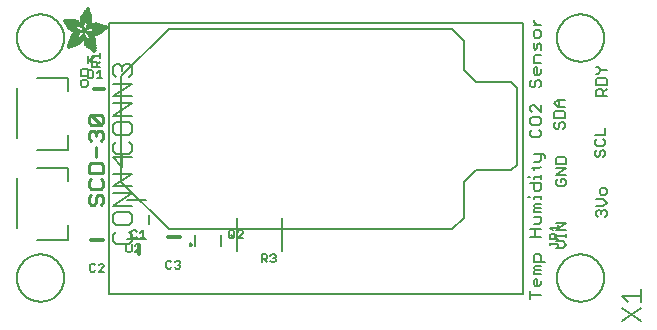
<source format=gbr>
G04 EAGLE Gerber RS-274X export*
G75*
%MOMM*%
%FSLAX34Y34*%
%LPD*%
%INSilkscreen Top*%
%IPPOS*%
%AMOC8*
5,1,8,0,0,1.08239X$1,22.5*%
G01*
%ADD10C,0.152400*%
%ADD11C,0.228600*%
%ADD12C,0.177800*%
%ADD13C,0.127000*%
%ADD14C,0.304800*%
%ADD15C,0.203200*%
%ADD16R,0.050800X0.006300*%
%ADD17R,0.082600X0.006400*%
%ADD18R,0.120600X0.006300*%
%ADD19R,0.139700X0.006400*%
%ADD20R,0.158800X0.006300*%
%ADD21R,0.177800X0.006400*%
%ADD22R,0.196800X0.006300*%
%ADD23R,0.215900X0.006400*%
%ADD24R,0.228600X0.006300*%
%ADD25R,0.241300X0.006400*%
%ADD26R,0.254000X0.006300*%
%ADD27R,0.266700X0.006400*%
%ADD28R,0.279400X0.006300*%
%ADD29R,0.285700X0.006400*%
%ADD30R,0.298400X0.006300*%
%ADD31R,0.311200X0.006400*%
%ADD32R,0.317500X0.006300*%
%ADD33R,0.330200X0.006400*%
%ADD34R,0.336600X0.006300*%
%ADD35R,0.349200X0.006400*%
%ADD36R,0.361900X0.006300*%
%ADD37R,0.368300X0.006400*%
%ADD38R,0.381000X0.006300*%
%ADD39R,0.387300X0.006400*%
%ADD40R,0.393700X0.006300*%
%ADD41R,0.406400X0.006400*%
%ADD42R,0.412700X0.006300*%
%ADD43R,0.419100X0.006400*%
%ADD44R,0.431800X0.006300*%
%ADD45R,0.438100X0.006400*%
%ADD46R,0.450800X0.006300*%
%ADD47R,0.457200X0.006400*%
%ADD48R,0.463500X0.006300*%
%ADD49R,0.476200X0.006400*%
%ADD50R,0.482600X0.006300*%
%ADD51R,0.488900X0.006400*%
%ADD52R,0.501600X0.006300*%
%ADD53R,0.508000X0.006400*%
%ADD54R,0.514300X0.006300*%
%ADD55R,0.527000X0.006400*%
%ADD56R,0.533400X0.006300*%
%ADD57R,0.546100X0.006400*%
%ADD58R,0.552400X0.006300*%
%ADD59R,0.558800X0.006400*%
%ADD60R,0.571500X0.006300*%
%ADD61R,0.577800X0.006400*%
%ADD62R,0.584200X0.006300*%
%ADD63R,0.596900X0.006400*%
%ADD64R,0.603200X0.006300*%
%ADD65R,0.609600X0.006400*%
%ADD66R,0.622300X0.006300*%
%ADD67R,0.628600X0.006400*%
%ADD68R,0.641300X0.006300*%
%ADD69R,0.647700X0.006400*%
%ADD70R,0.063500X0.006300*%
%ADD71R,0.654000X0.006300*%
%ADD72R,0.101600X0.006400*%
%ADD73R,0.666700X0.006400*%
%ADD74R,0.139700X0.006300*%
%ADD75R,0.673100X0.006300*%
%ADD76R,0.165100X0.006400*%
%ADD77R,0.679400X0.006400*%
%ADD78R,0.196900X0.006300*%
%ADD79R,0.692100X0.006300*%
%ADD80R,0.222200X0.006400*%
%ADD81R,0.698500X0.006400*%
%ADD82R,0.247700X0.006300*%
%ADD83R,0.704800X0.006300*%
%ADD84R,0.279400X0.006400*%
%ADD85R,0.717500X0.006400*%
%ADD86R,0.298500X0.006300*%
%ADD87R,0.723900X0.006300*%
%ADD88R,0.736600X0.006400*%
%ADD89R,0.342900X0.006300*%
%ADD90R,0.742900X0.006300*%
%ADD91R,0.374700X0.006400*%
%ADD92R,0.749300X0.006400*%
%ADD93R,0.762000X0.006300*%
%ADD94R,0.412700X0.006400*%
%ADD95R,0.768300X0.006400*%
%ADD96R,0.438100X0.006300*%
%ADD97R,0.774700X0.006300*%
%ADD98R,0.463600X0.006400*%
%ADD99R,0.787400X0.006400*%
%ADD100R,0.793700X0.006300*%
%ADD101R,0.495300X0.006400*%
%ADD102R,0.800100X0.006400*%
%ADD103R,0.520700X0.006300*%
%ADD104R,0.812800X0.006300*%
%ADD105R,0.533400X0.006400*%
%ADD106R,0.819100X0.006400*%
%ADD107R,0.558800X0.006300*%
%ADD108R,0.825500X0.006300*%
%ADD109R,0.577900X0.006400*%
%ADD110R,0.831800X0.006400*%
%ADD111R,0.596900X0.006300*%
%ADD112R,0.844500X0.006300*%
%ADD113R,0.616000X0.006400*%
%ADD114R,0.850900X0.006400*%
%ADD115R,0.635000X0.006300*%
%ADD116R,0.857200X0.006300*%
%ADD117R,0.654100X0.006400*%
%ADD118R,0.863600X0.006400*%
%ADD119R,0.666700X0.006300*%
%ADD120R,0.869900X0.006300*%
%ADD121R,0.685800X0.006400*%
%ADD122R,0.876300X0.006400*%
%ADD123R,0.882600X0.006300*%
%ADD124R,0.723900X0.006400*%
%ADD125R,0.889000X0.006400*%
%ADD126R,0.895300X0.006300*%
%ADD127R,0.755700X0.006400*%
%ADD128R,0.901700X0.006400*%
%ADD129R,0.908000X0.006300*%
%ADD130R,0.793800X0.006400*%
%ADD131R,0.914400X0.006400*%
%ADD132R,0.806400X0.006300*%
%ADD133R,0.920700X0.006300*%
%ADD134R,0.825500X0.006400*%
%ADD135R,0.927100X0.006400*%
%ADD136R,0.933400X0.006300*%
%ADD137R,0.857300X0.006400*%
%ADD138R,0.939800X0.006400*%
%ADD139R,0.870000X0.006300*%
%ADD140R,0.939800X0.006300*%
%ADD141R,0.946100X0.006400*%
%ADD142R,0.952500X0.006300*%
%ADD143R,0.908000X0.006400*%
%ADD144R,0.958800X0.006400*%
%ADD145R,0.965200X0.006300*%
%ADD146R,0.965200X0.006400*%
%ADD147R,0.971500X0.006300*%
%ADD148R,0.952500X0.006400*%
%ADD149R,0.977900X0.006400*%
%ADD150R,0.958800X0.006300*%
%ADD151R,0.984200X0.006300*%
%ADD152R,0.971500X0.006400*%
%ADD153R,0.984200X0.006400*%
%ADD154R,0.990600X0.006300*%
%ADD155R,0.984300X0.006400*%
%ADD156R,0.996900X0.006400*%
%ADD157R,0.997000X0.006300*%
%ADD158R,0.996900X0.006300*%
%ADD159R,1.003300X0.006400*%
%ADD160R,1.016000X0.006300*%
%ADD161R,1.009600X0.006300*%
%ADD162R,1.016000X0.006400*%
%ADD163R,1.009600X0.006400*%
%ADD164R,1.022300X0.006300*%
%ADD165R,1.028700X0.006400*%
%ADD166R,1.035100X0.006300*%
%ADD167R,1.047800X0.006400*%
%ADD168R,1.054100X0.006300*%
%ADD169R,1.028700X0.006300*%
%ADD170R,1.054100X0.006400*%
%ADD171R,1.035000X0.006400*%
%ADD172R,1.060400X0.006300*%
%ADD173R,1.035000X0.006300*%
%ADD174R,1.060500X0.006400*%
%ADD175R,1.041400X0.006400*%
%ADD176R,1.066800X0.006300*%
%ADD177R,1.041400X0.006300*%
%ADD178R,1.079500X0.006400*%
%ADD179R,1.047700X0.006400*%
%ADD180R,1.085900X0.006300*%
%ADD181R,1.047700X0.006300*%
%ADD182R,1.085800X0.006400*%
%ADD183R,1.092200X0.006300*%
%ADD184R,1.085900X0.006400*%
%ADD185R,1.098600X0.006300*%
%ADD186R,1.098600X0.006400*%
%ADD187R,1.060400X0.006400*%
%ADD188R,1.104900X0.006300*%
%ADD189R,1.104900X0.006400*%
%ADD190R,1.066800X0.006400*%
%ADD191R,1.111200X0.006300*%
%ADD192R,1.117600X0.006400*%
%ADD193R,1.117600X0.006300*%
%ADD194R,1.073100X0.006300*%
%ADD195R,1.073100X0.006400*%
%ADD196R,1.124000X0.006300*%
%ADD197R,1.079500X0.006300*%
%ADD198R,1.123900X0.006400*%
%ADD199R,1.130300X0.006300*%
%ADD200R,1.130300X0.006400*%
%ADD201R,1.136700X0.006400*%
%ADD202R,1.136700X0.006300*%
%ADD203R,1.085800X0.006300*%
%ADD204R,1.136600X0.006400*%
%ADD205R,1.136600X0.006300*%
%ADD206R,1.143000X0.006400*%
%ADD207R,1.143000X0.006300*%
%ADD208R,1.149400X0.006300*%
%ADD209R,1.149300X0.006300*%
%ADD210R,1.149300X0.006400*%
%ADD211R,1.149400X0.006400*%
%ADD212R,1.155700X0.006400*%
%ADD213R,1.155700X0.006300*%
%ADD214R,1.060500X0.006300*%
%ADD215R,2.197100X0.006400*%
%ADD216R,2.197100X0.006300*%
%ADD217R,2.184400X0.006300*%
%ADD218R,2.184400X0.006400*%
%ADD219R,2.171700X0.006400*%
%ADD220R,2.171700X0.006300*%
%ADD221R,1.530300X0.006400*%
%ADD222R,1.505000X0.006300*%
%ADD223R,1.492300X0.006400*%
%ADD224R,1.485900X0.006300*%
%ADD225R,0.565200X0.006300*%
%ADD226R,1.473200X0.006400*%
%ADD227R,0.565200X0.006400*%
%ADD228R,1.460500X0.006300*%
%ADD229R,1.454100X0.006400*%
%ADD230R,0.552400X0.006400*%
%ADD231R,1.441500X0.006300*%
%ADD232R,0.546100X0.006300*%
%ADD233R,1.435100X0.006400*%
%ADD234R,0.539800X0.006400*%
%ADD235R,1.428800X0.006300*%
%ADD236R,1.422400X0.006400*%
%ADD237R,1.409700X0.006300*%
%ADD238R,0.527100X0.006300*%
%ADD239R,1.403300X0.006400*%
%ADD240R,0.527100X0.006400*%
%ADD241R,1.390700X0.006300*%
%ADD242R,1.384300X0.006400*%
%ADD243R,0.520700X0.006400*%
%ADD244R,1.384300X0.006300*%
%ADD245R,0.514400X0.006300*%
%ADD246R,1.371600X0.006400*%
%ADD247R,1.365200X0.006300*%
%ADD248R,0.508000X0.006300*%
%ADD249R,1.352600X0.006400*%
%ADD250R,0.501700X0.006400*%
%ADD251R,0.711200X0.006300*%
%ADD252R,0.603300X0.006300*%
%ADD253R,0.501700X0.006300*%
%ADD254R,0.692100X0.006400*%
%ADD255R,0.571500X0.006400*%
%ADD256R,0.679400X0.006300*%
%ADD257R,0.495300X0.006300*%
%ADD258R,0.673100X0.006400*%
%ADD259R,0.666800X0.006300*%
%ADD260R,0.488900X0.006300*%
%ADD261R,0.660400X0.006400*%
%ADD262R,0.482600X0.006400*%
%ADD263R,0.476200X0.006300*%
%ADD264R,0.654000X0.006400*%
%ADD265R,0.469900X0.006400*%
%ADD266R,0.476300X0.006400*%
%ADD267R,0.647700X0.006300*%
%ADD268R,0.457200X0.006300*%
%ADD269R,0.469900X0.006300*%
%ADD270R,0.641300X0.006400*%
%ADD271R,0.444500X0.006400*%
%ADD272R,0.463600X0.006300*%
%ADD273R,0.635000X0.006400*%
%ADD274R,0.463500X0.006400*%
%ADD275R,0.393700X0.006400*%
%ADD276R,0.450800X0.006400*%
%ADD277R,0.628600X0.006300*%
%ADD278R,0.387400X0.006300*%
%ADD279R,0.450900X0.006300*%
%ADD280R,0.628700X0.006400*%
%ADD281R,0.374600X0.006400*%
%ADD282R,0.368300X0.006300*%
%ADD283R,0.438200X0.006300*%
%ADD284R,0.622300X0.006400*%
%ADD285R,0.355600X0.006400*%
%ADD286R,0.431800X0.006400*%
%ADD287R,0.349300X0.006300*%
%ADD288R,0.425400X0.006300*%
%ADD289R,0.615900X0.006300*%
%ADD290R,0.330200X0.006300*%
%ADD291R,0.419100X0.006300*%
%ADD292R,0.616000X0.006300*%
%ADD293R,0.311200X0.006300*%
%ADD294R,0.406400X0.006300*%
%ADD295R,0.615900X0.006400*%
%ADD296R,0.304800X0.006400*%
%ADD297R,0.158800X0.006400*%
%ADD298R,0.609600X0.006300*%
%ADD299R,0.292100X0.006300*%
%ADD300R,0.235000X0.006300*%
%ADD301R,0.387400X0.006400*%
%ADD302R,0.292100X0.006400*%
%ADD303R,0.336500X0.006300*%
%ADD304R,0.260400X0.006300*%
%ADD305R,0.603300X0.006400*%
%ADD306R,0.260400X0.006400*%
%ADD307R,0.362000X0.006400*%
%ADD308R,0.450900X0.006400*%
%ADD309R,0.355600X0.006300*%
%ADD310R,0.342900X0.006400*%
%ADD311R,0.514300X0.006400*%
%ADD312R,0.234900X0.006300*%
%ADD313R,0.539700X0.006300*%
%ADD314R,0.603200X0.006400*%
%ADD315R,0.234900X0.006400*%
%ADD316R,0.920700X0.006400*%
%ADD317R,0.958900X0.006400*%
%ADD318R,0.215900X0.006300*%
%ADD319R,0.209600X0.006400*%
%ADD320R,0.203200X0.006300*%
%ADD321R,1.003300X0.006300*%
%ADD322R,0.203200X0.006400*%
%ADD323R,0.196900X0.006400*%
%ADD324R,0.190500X0.006300*%
%ADD325R,0.190500X0.006400*%
%ADD326R,0.184200X0.006300*%
%ADD327R,0.590500X0.006400*%
%ADD328R,0.184200X0.006400*%
%ADD329R,0.590500X0.006300*%
%ADD330R,0.177800X0.006300*%
%ADD331R,0.584200X0.006400*%
%ADD332R,1.168400X0.006400*%
%ADD333R,0.171500X0.006300*%
%ADD334R,1.187500X0.006300*%
%ADD335R,1.200100X0.006400*%
%ADD336R,0.577800X0.006300*%
%ADD337R,1.212900X0.006300*%
%ADD338R,1.231900X0.006400*%
%ADD339R,1.250900X0.006300*%
%ADD340R,0.565100X0.006400*%
%ADD341R,0.184100X0.006400*%
%ADD342R,1.263700X0.006400*%
%ADD343R,0.565100X0.006300*%
%ADD344R,1.289100X0.006300*%
%ADD345R,1.314400X0.006400*%
%ADD346R,0.552500X0.006300*%
%ADD347R,1.568500X0.006300*%
%ADD348R,0.552500X0.006400*%
%ADD349R,1.581200X0.006400*%
%ADD350R,1.593800X0.006300*%
%ADD351R,1.606500X0.006400*%
%ADD352R,1.619300X0.006300*%
%ADD353R,0.514400X0.006400*%
%ADD354R,1.638300X0.006400*%
%ADD355R,1.657300X0.006300*%
%ADD356R,2.209800X0.006400*%
%ADD357R,2.425700X0.006300*%
%ADD358R,2.470100X0.006400*%
%ADD359R,2.501900X0.006300*%
%ADD360R,2.533700X0.006400*%
%ADD361R,2.559000X0.006300*%
%ADD362R,2.584500X0.006400*%
%ADD363R,2.609900X0.006300*%
%ADD364R,2.628900X0.006400*%
%ADD365R,2.660600X0.006300*%
%ADD366R,2.673400X0.006400*%
%ADD367R,1.422400X0.006300*%
%ADD368R,1.200200X0.006300*%
%ADD369R,1.365300X0.006300*%
%ADD370R,1.365300X0.006400*%
%ADD371R,1.352500X0.006300*%
%ADD372R,1.098500X0.006300*%
%ADD373R,1.358900X0.006400*%
%ADD374R,1.352600X0.006300*%
%ADD375R,1.358900X0.006300*%
%ADD376R,1.371600X0.006300*%
%ADD377R,1.377900X0.006400*%
%ADD378R,1.397000X0.006400*%
%ADD379R,1.403300X0.006300*%
%ADD380R,0.914400X0.006300*%
%ADD381R,0.876300X0.006300*%
%ADD382R,0.374600X0.006300*%
%ADD383R,1.073200X0.006400*%
%ADD384R,0.374700X0.006300*%
%ADD385R,0.844600X0.006400*%
%ADD386R,0.844600X0.006300*%
%ADD387R,0.831900X0.006400*%
%ADD388R,1.092200X0.006400*%
%ADD389R,0.400000X0.006300*%
%ADD390R,0.819200X0.006400*%
%ADD391R,1.111300X0.006400*%
%ADD392R,0.812800X0.006400*%
%ADD393R,0.800100X0.006300*%
%ADD394R,0.476300X0.006300*%
%ADD395R,1.181100X0.006300*%
%ADD396R,0.501600X0.006400*%
%ADD397R,1.193800X0.006400*%
%ADD398R,0.781000X0.006400*%
%ADD399R,1.238200X0.006400*%
%ADD400R,0.781100X0.006300*%
%ADD401R,1.257300X0.006300*%
%ADD402R,1.295400X0.006400*%
%ADD403R,1.333500X0.006300*%
%ADD404R,0.774700X0.006400*%
%ADD405R,1.866900X0.006400*%
%ADD406R,0.209600X0.006300*%
%ADD407R,1.866900X0.006300*%
%ADD408R,0.768400X0.006400*%
%ADD409R,0.209500X0.006400*%
%ADD410R,1.860600X0.006400*%
%ADD411R,0.762000X0.006400*%
%ADD412R,0.768400X0.006300*%
%ADD413R,1.860600X0.006300*%
%ADD414R,1.860500X0.006400*%
%ADD415R,0.222300X0.006300*%
%ADD416R,1.854200X0.006300*%
%ADD417R,0.235000X0.006400*%
%ADD418R,1.854200X0.006400*%
%ADD419R,0.768300X0.006300*%
%ADD420R,0.260300X0.006400*%
%ADD421R,1.847800X0.006400*%
%ADD422R,0.266700X0.006300*%
%ADD423R,1.847800X0.006300*%
%ADD424R,0.273100X0.006400*%
%ADD425R,1.841500X0.006400*%
%ADD426R,0.285800X0.006300*%
%ADD427R,1.841500X0.006300*%
%ADD428R,0.298500X0.006400*%
%ADD429R,1.835100X0.006400*%
%ADD430R,0.781000X0.006300*%
%ADD431R,0.304800X0.006300*%
%ADD432R,1.835100X0.006300*%
%ADD433R,0.317500X0.006400*%
%ADD434R,1.828800X0.006400*%
%ADD435R,0.787400X0.006300*%
%ADD436R,0.323800X0.006300*%
%ADD437R,1.828800X0.006300*%
%ADD438R,0.793700X0.006400*%
%ADD439R,1.822400X0.006400*%
%ADD440R,0.806500X0.006300*%
%ADD441R,1.822400X0.006300*%
%ADD442R,1.816100X0.006400*%
%ADD443R,0.819100X0.006300*%
%ADD444R,0.387300X0.006300*%
%ADD445R,1.816100X0.006300*%
%ADD446R,1.809800X0.006400*%
%ADD447R,1.803400X0.006300*%
%ADD448R,1.797000X0.006400*%
%ADD449R,0.901700X0.006300*%
%ADD450R,1.797000X0.006300*%
%ADD451R,1.441400X0.006400*%
%ADD452R,1.790700X0.006400*%
%ADD453R,1.447800X0.006300*%
%ADD454R,1.784300X0.006300*%
%ADD455R,1.447800X0.006400*%
%ADD456R,1.784300X0.006400*%
%ADD457R,1.454100X0.006300*%
%ADD458R,1.771700X0.006300*%
%ADD459R,1.460500X0.006400*%
%ADD460R,1.759000X0.006400*%
%ADD461R,1.466800X0.006300*%
%ADD462R,1.752600X0.006300*%
%ADD463R,1.466800X0.006400*%
%ADD464R,1.739900X0.006400*%
%ADD465R,1.473200X0.006300*%
%ADD466R,1.727200X0.006300*%
%ADD467R,1.479500X0.006400*%
%ADD468R,1.714500X0.006400*%
%ADD469R,1.695400X0.006300*%
%ADD470R,1.485900X0.006400*%
%ADD471R,1.682700X0.006400*%
%ADD472R,1.492200X0.006300*%
%ADD473R,1.663700X0.006300*%
%ADD474R,1.498600X0.006400*%
%ADD475R,1.644600X0.006400*%
%ADD476R,1.498600X0.006300*%
%ADD477R,1.619200X0.006300*%
%ADD478R,1.511300X0.006400*%
%ADD479R,1.600200X0.006400*%
%ADD480R,1.517700X0.006300*%
%ADD481R,1.574800X0.006300*%
%ADD482R,1.524000X0.006400*%
%ADD483R,1.555800X0.006400*%
%ADD484R,1.524000X0.006300*%
%ADD485R,1.536700X0.006300*%
%ADD486R,1.530400X0.006400*%
%ADD487R,1.517700X0.006400*%
%ADD488R,1.492300X0.006300*%
%ADD489R,1.549400X0.006400*%
%ADD490R,1.479600X0.006400*%
%ADD491R,1.549400X0.006300*%
%ADD492R,1.555700X0.006400*%
%ADD493R,1.562100X0.006300*%
%ADD494R,0.323900X0.006300*%
%ADD495R,1.568400X0.006400*%
%ADD496R,0.336600X0.006400*%
%ADD497R,1.587500X0.006300*%
%ADD498R,0.971600X0.006300*%
%ADD499R,0.349300X0.006400*%
%ADD500R,1.600200X0.006300*%
%ADD501R,0.920800X0.006300*%
%ADD502R,0.882700X0.006400*%
%ADD503R,1.612900X0.006300*%
%ADD504R,0.362000X0.006300*%
%ADD505R,1.625600X0.006400*%
%ADD506R,1.625600X0.006300*%
%ADD507R,1.644600X0.006300*%
%ADD508R,0.736600X0.006300*%
%ADD509R,0.717600X0.006400*%
%ADD510R,1.657400X0.006300*%
%ADD511R,0.679500X0.006300*%
%ADD512R,1.663700X0.006400*%
%ADD513R,0.400000X0.006400*%
%ADD514R,1.676400X0.006300*%
%ADD515R,1.676400X0.006400*%
%ADD516R,0.425500X0.006400*%
%ADD517R,1.352500X0.006400*%
%ADD518R,0.444500X0.006300*%
%ADD519R,0.361900X0.006400*%
%ADD520R,0.088900X0.006300*%
%ADD521R,1.009700X0.006300*%
%ADD522R,1.009700X0.006400*%
%ADD523R,1.022300X0.006400*%
%ADD524R,1.346200X0.006400*%
%ADD525R,1.346200X0.006300*%
%ADD526R,1.339900X0.006400*%
%ADD527R,1.035100X0.006400*%
%ADD528R,1.339800X0.006300*%
%ADD529R,1.333500X0.006400*%
%ADD530R,1.327200X0.006400*%
%ADD531R,1.320800X0.006300*%
%ADD532R,1.314500X0.006400*%
%ADD533R,1.314400X0.006300*%
%ADD534R,1.301700X0.006400*%
%ADD535R,1.295400X0.006300*%
%ADD536R,1.289000X0.006400*%
%ADD537R,1.276300X0.006300*%
%ADD538R,1.251000X0.006300*%
%ADD539R,1.244600X0.006400*%
%ADD540R,1.231900X0.006300*%
%ADD541R,1.212800X0.006400*%
%ADD542R,1.200100X0.006300*%
%ADD543R,1.187400X0.006400*%
%ADD544R,1.168400X0.006300*%
%ADD545R,1.047800X0.006300*%
%ADD546R,0.977900X0.006300*%
%ADD547R,0.946200X0.006400*%
%ADD548R,0.933400X0.006400*%
%ADD549R,0.895300X0.006400*%
%ADD550R,0.882700X0.006300*%
%ADD551R,0.863600X0.006300*%
%ADD552R,0.857200X0.006400*%
%ADD553R,0.850900X0.006300*%
%ADD554R,0.838200X0.006300*%
%ADD555R,0.806500X0.006400*%
%ADD556R,0.717600X0.006300*%
%ADD557R,0.711200X0.006400*%
%ADD558R,0.641400X0.006400*%
%ADD559R,0.641400X0.006300*%
%ADD560R,0.628700X0.006300*%
%ADD561R,0.590600X0.006300*%
%ADD562R,0.539700X0.006400*%
%ADD563R,0.285700X0.006300*%
%ADD564R,0.222200X0.006300*%
%ADD565R,0.171400X0.006300*%
%ADD566R,0.152400X0.006400*%
%ADD567R,0.133400X0.006300*%
%ADD568R,0.127000X0.762000*%

G36*
X69098Y206253D02*
X69098Y206253D01*
X69127Y206250D01*
X69219Y206270D01*
X69312Y206283D01*
X69339Y206296D01*
X69368Y206302D01*
X69448Y206350D01*
X69532Y206392D01*
X69553Y206413D01*
X69579Y206428D01*
X69640Y206500D01*
X69706Y206566D01*
X69719Y206592D01*
X69739Y206615D01*
X69774Y206702D01*
X69816Y206786D01*
X69820Y206816D01*
X69831Y206843D01*
X69849Y207010D01*
X69849Y212090D01*
X69844Y212119D01*
X69847Y212149D01*
X69825Y212240D01*
X69810Y212333D01*
X69796Y212359D01*
X69789Y212388D01*
X69738Y212467D01*
X69694Y212550D01*
X69673Y212571D01*
X69657Y212596D01*
X69584Y212655D01*
X69516Y212720D01*
X69489Y212732D01*
X69466Y212751D01*
X69378Y212784D01*
X69293Y212823D01*
X69263Y212826D01*
X69236Y212837D01*
X69142Y212840D01*
X69049Y212850D01*
X69019Y212844D01*
X68990Y212845D01*
X68900Y212818D01*
X68808Y212798D01*
X68783Y212783D01*
X68754Y212774D01*
X68612Y212684D01*
X65437Y210144D01*
X65368Y210067D01*
X65295Y209994D01*
X65286Y209977D01*
X65273Y209962D01*
X65231Y209866D01*
X65185Y209774D01*
X65183Y209754D01*
X65175Y209736D01*
X65166Y209633D01*
X65152Y209530D01*
X65156Y209511D01*
X65154Y209491D01*
X65179Y209390D01*
X65198Y209288D01*
X65208Y209271D01*
X65212Y209252D01*
X65268Y209165D01*
X65319Y209074D01*
X65336Y209057D01*
X65344Y209044D01*
X65369Y209024D01*
X65437Y208956D01*
X68612Y206416D01*
X68638Y206401D01*
X68660Y206381D01*
X68745Y206341D01*
X68827Y206295D01*
X68856Y206289D01*
X68883Y206277D01*
X68976Y206267D01*
X69068Y206249D01*
X69098Y206253D01*
G37*
D10*
X461765Y50518D02*
X467527Y50518D01*
X470408Y53400D01*
X467527Y56281D01*
X461765Y56281D01*
X470408Y59874D02*
X470408Y62755D01*
X470408Y61314D02*
X461765Y61314D01*
X461765Y59874D02*
X461765Y62755D01*
X461765Y66110D02*
X470408Y66110D01*
X470408Y71873D02*
X461765Y66110D01*
X461765Y71873D02*
X470408Y71873D01*
X496055Y78340D02*
X497495Y76899D01*
X496055Y78340D02*
X496055Y81221D01*
X497495Y82661D01*
X498936Y82661D01*
X500376Y81221D01*
X500376Y79780D01*
X500376Y81221D02*
X501817Y82661D01*
X503257Y82661D01*
X504698Y81221D01*
X504698Y78340D01*
X503257Y76899D01*
X501817Y86254D02*
X496055Y86254D01*
X501817Y86254D02*
X504698Y89136D01*
X501817Y92017D01*
X496055Y92017D01*
X504698Y97050D02*
X504698Y99931D01*
X503257Y101372D01*
X500376Y101372D01*
X498936Y99931D01*
X498936Y97050D01*
X500376Y95610D01*
X503257Y95610D01*
X504698Y97050D01*
X463205Y109331D02*
X461765Y107891D01*
X461765Y105010D01*
X463205Y103569D01*
X468967Y103569D01*
X470408Y105010D01*
X470408Y107891D01*
X468967Y109331D01*
X466086Y109331D01*
X466086Y106450D01*
X461765Y112924D02*
X470408Y112924D01*
X470408Y118687D02*
X461765Y112924D01*
X461765Y118687D02*
X470408Y118687D01*
X470408Y122280D02*
X461765Y122280D01*
X470408Y122280D02*
X470408Y126601D01*
X468967Y128042D01*
X463205Y128042D01*
X461765Y126601D01*
X461765Y122280D01*
X494785Y132021D02*
X496225Y133461D01*
X494785Y132021D02*
X494785Y129140D01*
X496225Y127699D01*
X497666Y127699D01*
X499106Y129140D01*
X499106Y132021D01*
X500547Y133461D01*
X501987Y133461D01*
X503428Y132021D01*
X503428Y129140D01*
X501987Y127699D01*
X494785Y141376D02*
X496225Y142817D01*
X494785Y141376D02*
X494785Y138495D01*
X496225Y137054D01*
X501987Y137054D01*
X503428Y138495D01*
X503428Y141376D01*
X501987Y142817D01*
X503428Y146410D02*
X494785Y146410D01*
X503428Y146410D02*
X503428Y152172D01*
X461935Y157591D02*
X460495Y156151D01*
X460495Y153270D01*
X461935Y151829D01*
X463376Y151829D01*
X464816Y153270D01*
X464816Y156151D01*
X466257Y157591D01*
X467697Y157591D01*
X469138Y156151D01*
X469138Y153270D01*
X467697Y151829D01*
X469138Y161184D02*
X460495Y161184D01*
X469138Y161184D02*
X469138Y165506D01*
X467697Y166947D01*
X461935Y166947D01*
X460495Y165506D01*
X460495Y161184D01*
X463376Y170540D02*
X469138Y170540D01*
X463376Y170540D02*
X460495Y173421D01*
X463376Y176302D01*
X469138Y176302D01*
X464816Y176302D02*
X464816Y170540D01*
X496055Y179769D02*
X504698Y179769D01*
X496055Y179769D02*
X496055Y184091D01*
X497495Y185531D01*
X500376Y185531D01*
X501817Y184091D01*
X501817Y179769D01*
X501817Y182650D02*
X504698Y185531D01*
X504698Y189124D02*
X496055Y189124D01*
X504698Y189124D02*
X504698Y193446D01*
X503257Y194887D01*
X497495Y194887D01*
X496055Y193446D01*
X496055Y189124D01*
X496055Y198480D02*
X497495Y198480D01*
X500376Y201361D01*
X497495Y204242D01*
X496055Y204242D01*
X500376Y201361D02*
X504698Y201361D01*
D11*
X68232Y95752D02*
X66156Y93676D01*
X66156Y89524D01*
X68232Y87448D01*
X70309Y87448D01*
X72385Y89524D01*
X72385Y93676D01*
X74461Y95752D01*
X76537Y95752D01*
X78613Y93676D01*
X78613Y89524D01*
X76537Y87448D01*
X66156Y107241D02*
X68232Y109317D01*
X66156Y107241D02*
X66156Y103089D01*
X68232Y101013D01*
X76537Y101013D01*
X78613Y103089D01*
X78613Y107241D01*
X76537Y109317D01*
X78613Y114578D02*
X66156Y114578D01*
X78613Y114578D02*
X78613Y120806D01*
X76537Y122882D01*
X68232Y122882D01*
X66156Y120806D01*
X66156Y114578D01*
X72385Y128143D02*
X72385Y136447D01*
X68232Y141708D02*
X66156Y143784D01*
X66156Y147936D01*
X68232Y150012D01*
X70309Y150012D01*
X72385Y147936D01*
X72385Y145860D01*
X72385Y147936D02*
X74461Y150012D01*
X76537Y150012D01*
X78613Y147936D01*
X78613Y143784D01*
X76537Y141708D01*
X76537Y155273D02*
X68232Y155273D01*
X66156Y157349D01*
X66156Y161501D01*
X68232Y163577D01*
X76537Y163577D01*
X78613Y161501D01*
X78613Y157349D01*
X76537Y155273D01*
X68232Y163577D01*
D12*
X439666Y10953D02*
X449326Y10953D01*
X439666Y7733D02*
X439666Y14173D01*
X449326Y19868D02*
X449326Y23088D01*
X449326Y19868D02*
X447716Y18258D01*
X444496Y18258D01*
X442886Y19868D01*
X442886Y23088D01*
X444496Y24698D01*
X446106Y24698D01*
X446106Y18258D01*
X449326Y28782D02*
X442886Y28782D01*
X442886Y30392D01*
X444496Y32002D01*
X449326Y32002D01*
X444496Y32002D02*
X442886Y33613D01*
X444496Y35223D01*
X449326Y35223D01*
X452546Y39307D02*
X442886Y39307D01*
X442886Y44137D01*
X444496Y45747D01*
X447716Y45747D01*
X449326Y44137D01*
X449326Y39307D01*
X449326Y60356D02*
X439666Y60356D01*
X444496Y60356D02*
X444496Y66796D01*
X439666Y66796D02*
X449326Y66796D01*
X447716Y70881D02*
X442886Y70881D01*
X447716Y70881D02*
X449326Y72491D01*
X449326Y77321D01*
X442886Y77321D01*
X442886Y81405D02*
X449326Y81405D01*
X442886Y81405D02*
X442886Y83015D01*
X444496Y84625D01*
X449326Y84625D01*
X444496Y84625D02*
X442886Y86236D01*
X444496Y87846D01*
X449326Y87846D01*
X442886Y91930D02*
X442886Y93540D01*
X449326Y93540D01*
X449326Y91930D02*
X449326Y95150D01*
X439666Y93540D02*
X438056Y93540D01*
X439666Y105387D02*
X449326Y105387D01*
X449326Y100556D01*
X447716Y98946D01*
X444496Y98946D01*
X442886Y100556D01*
X442886Y105387D01*
X442886Y109471D02*
X442886Y111081D01*
X449326Y111081D01*
X449326Y109471D02*
X449326Y112691D01*
X439666Y111081D02*
X438056Y111081D01*
X441276Y118097D02*
X447716Y118097D01*
X449326Y119707D01*
X442886Y119707D02*
X442886Y116487D01*
X442886Y123504D02*
X447716Y123504D01*
X449326Y125114D01*
X449326Y129944D01*
X450936Y129944D02*
X442886Y129944D01*
X450936Y129944D02*
X452546Y128334D01*
X452546Y126724D01*
X439666Y149383D02*
X441276Y150993D01*
X439666Y149383D02*
X439666Y146163D01*
X441276Y144553D01*
X447716Y144553D01*
X449326Y146163D01*
X449326Y149383D01*
X447716Y150993D01*
X439666Y156688D02*
X439666Y159908D01*
X439666Y156688D02*
X441276Y155077D01*
X447716Y155077D01*
X449326Y156688D01*
X449326Y159908D01*
X447716Y161518D01*
X441276Y161518D01*
X439666Y159908D01*
X449326Y165602D02*
X449326Y172042D01*
X449326Y165602D02*
X442886Y172042D01*
X441276Y172042D01*
X439666Y170432D01*
X439666Y167212D01*
X441276Y165602D01*
X439666Y191481D02*
X441276Y193091D01*
X439666Y191481D02*
X439666Y188261D01*
X441276Y186651D01*
X442886Y186651D01*
X444496Y188261D01*
X444496Y191481D01*
X446106Y193091D01*
X447716Y193091D01*
X449326Y191481D01*
X449326Y188261D01*
X447716Y186651D01*
X449326Y198786D02*
X449326Y202006D01*
X449326Y198786D02*
X447716Y197176D01*
X444496Y197176D01*
X442886Y198786D01*
X442886Y202006D01*
X444496Y203616D01*
X446106Y203616D01*
X446106Y197176D01*
X449326Y207700D02*
X442886Y207700D01*
X442886Y212531D01*
X444496Y214141D01*
X449326Y214141D01*
X449326Y218225D02*
X449326Y223055D01*
X447716Y224665D01*
X446106Y223055D01*
X446106Y219835D01*
X444496Y218225D01*
X442886Y219835D01*
X442886Y224665D01*
X449326Y230360D02*
X449326Y233580D01*
X447716Y235190D01*
X444496Y235190D01*
X442886Y233580D01*
X442886Y230360D01*
X444496Y228750D01*
X447716Y228750D01*
X449326Y230360D01*
X449326Y239274D02*
X442886Y239274D01*
X446106Y239274D02*
X442886Y242494D01*
X442886Y244104D01*
D13*
X65405Y191774D02*
X65405Y188808D01*
X65405Y191774D02*
X63922Y193257D01*
X60956Y193257D01*
X59473Y191774D01*
X59473Y188808D01*
X60956Y187325D01*
X63922Y187325D01*
X65405Y188808D01*
X65405Y196680D02*
X59473Y196680D01*
X59473Y201129D01*
X60956Y202612D01*
X65405Y202612D01*
D14*
X68580Y57150D02*
X78740Y57150D01*
D10*
X70379Y37344D02*
X71480Y36242D01*
X70379Y37344D02*
X68175Y37344D01*
X67074Y36242D01*
X67074Y31836D01*
X68175Y30734D01*
X70379Y30734D01*
X71480Y31836D01*
X74558Y30734D02*
X78964Y30734D01*
X74558Y30734D02*
X78964Y35140D01*
X78964Y36242D01*
X77863Y37344D01*
X75659Y37344D01*
X74558Y36242D01*
D15*
X98680Y91430D02*
X114680Y91430D01*
X114680Y58430D02*
X98680Y58430D01*
X117180Y70930D02*
X117180Y78930D01*
D10*
X98094Y53854D02*
X98094Y48346D01*
X99195Y47244D01*
X101399Y47244D01*
X102500Y48346D01*
X102500Y53854D01*
X105578Y47244D02*
X109984Y47244D01*
X105578Y47244D02*
X109984Y51650D01*
X109984Y52752D01*
X108883Y53854D01*
X106679Y53854D01*
X105578Y52752D01*
D14*
X133350Y59690D02*
X143510Y59690D01*
D10*
X135149Y39884D02*
X136250Y38782D01*
X135149Y39884D02*
X132945Y39884D01*
X131844Y38782D01*
X131844Y34376D01*
X132945Y33274D01*
X135149Y33274D01*
X136250Y34376D01*
X139328Y38782D02*
X140429Y39884D01*
X142633Y39884D01*
X143734Y38782D01*
X143734Y37680D01*
X142633Y36579D01*
X141531Y36579D01*
X142633Y36579D02*
X143734Y35477D01*
X143734Y34376D01*
X142633Y33274D01*
X140429Y33274D01*
X139328Y34376D01*
D14*
X109220Y45530D02*
X109220Y53530D01*
D10*
X106768Y64690D02*
X105667Y65792D01*
X103464Y65792D01*
X102362Y64690D01*
X102362Y60284D01*
X103464Y59182D01*
X105667Y59182D01*
X106768Y60284D01*
X109846Y63588D02*
X112049Y65792D01*
X112049Y59182D01*
X109846Y59182D02*
X114253Y59182D01*
D15*
X191820Y48230D02*
X191820Y76230D01*
X229820Y76230D02*
X229820Y48230D01*
D10*
X212614Y45474D02*
X212614Y38864D01*
X212614Y45474D02*
X215919Y45474D01*
X217020Y44372D01*
X217020Y42169D01*
X215919Y41067D01*
X212614Y41067D01*
X214817Y41067D02*
X217020Y38864D01*
X220098Y44372D02*
X221199Y45474D01*
X223403Y45474D01*
X224504Y44372D01*
X224504Y43270D01*
X223403Y42169D01*
X222301Y42169D01*
X223403Y42169D02*
X224504Y41067D01*
X224504Y39966D01*
X223403Y38864D01*
X221199Y38864D01*
X220098Y39966D01*
D15*
X156640Y52650D02*
X156640Y61650D01*
X178640Y61650D02*
X178640Y52650D01*
X151640Y53650D02*
X151642Y53713D01*
X151648Y53775D01*
X151658Y53837D01*
X151671Y53899D01*
X151689Y53959D01*
X151710Y54018D01*
X151735Y54076D01*
X151764Y54132D01*
X151796Y54186D01*
X151831Y54238D01*
X151869Y54287D01*
X151911Y54335D01*
X151955Y54379D01*
X152003Y54421D01*
X152052Y54459D01*
X152104Y54494D01*
X152158Y54526D01*
X152214Y54555D01*
X152272Y54580D01*
X152331Y54601D01*
X152391Y54619D01*
X152453Y54632D01*
X152515Y54642D01*
X152577Y54648D01*
X152640Y54650D01*
X152703Y54648D01*
X152765Y54642D01*
X152827Y54632D01*
X152889Y54619D01*
X152949Y54601D01*
X153008Y54580D01*
X153066Y54555D01*
X153122Y54526D01*
X153176Y54494D01*
X153228Y54459D01*
X153277Y54421D01*
X153325Y54379D01*
X153369Y54335D01*
X153411Y54287D01*
X153449Y54238D01*
X153484Y54186D01*
X153516Y54132D01*
X153545Y54076D01*
X153570Y54018D01*
X153591Y53959D01*
X153609Y53899D01*
X153622Y53837D01*
X153632Y53775D01*
X153638Y53713D01*
X153640Y53650D01*
X153638Y53587D01*
X153632Y53525D01*
X153622Y53463D01*
X153609Y53401D01*
X153591Y53341D01*
X153570Y53282D01*
X153545Y53224D01*
X153516Y53168D01*
X153484Y53114D01*
X153449Y53062D01*
X153411Y53013D01*
X153369Y52965D01*
X153325Y52921D01*
X153277Y52879D01*
X153228Y52841D01*
X153176Y52806D01*
X153122Y52774D01*
X153066Y52745D01*
X153008Y52720D01*
X152949Y52699D01*
X152889Y52681D01*
X152827Y52668D01*
X152765Y52658D01*
X152703Y52652D01*
X152640Y52650D01*
X152577Y52652D01*
X152515Y52658D01*
X152453Y52668D01*
X152391Y52681D01*
X152331Y52699D01*
X152272Y52720D01*
X152214Y52745D01*
X152158Y52774D01*
X152104Y52806D01*
X152052Y52841D01*
X152003Y52879D01*
X151955Y52921D01*
X151911Y52965D01*
X151869Y53013D01*
X151831Y53062D01*
X151796Y53114D01*
X151764Y53168D01*
X151735Y53224D01*
X151710Y53282D01*
X151689Y53341D01*
X151671Y53401D01*
X151658Y53463D01*
X151648Y53525D01*
X151642Y53587D01*
X151640Y53650D01*
D10*
X184912Y60284D02*
X184912Y64690D01*
X186014Y65792D01*
X188217Y65792D01*
X189318Y64690D01*
X189318Y60284D01*
X188217Y59182D01*
X186014Y59182D01*
X184912Y60284D01*
X187115Y61385D02*
X189318Y59182D01*
X192396Y59182D02*
X196803Y59182D01*
X196803Y63588D02*
X192396Y59182D01*
X196803Y63588D02*
X196803Y64690D01*
X195701Y65792D01*
X193498Y65792D01*
X192396Y64690D01*
X462448Y50800D02*
X463550Y51902D01*
X463550Y53003D01*
X462448Y54105D01*
X456940Y54105D01*
X456940Y55206D02*
X456940Y53003D01*
X456940Y58284D02*
X463550Y58284D01*
X456940Y58284D02*
X456940Y61589D01*
X458042Y62691D01*
X460245Y62691D01*
X461347Y61589D01*
X461347Y58284D01*
X459144Y65768D02*
X456940Y67972D01*
X463550Y67972D01*
X463550Y70175D02*
X463550Y65768D01*
D15*
X5400Y228600D02*
X5406Y229091D01*
X5424Y229581D01*
X5454Y230071D01*
X5496Y230560D01*
X5550Y231048D01*
X5616Y231535D01*
X5694Y232019D01*
X5784Y232502D01*
X5886Y232982D01*
X5999Y233460D01*
X6124Y233934D01*
X6261Y234406D01*
X6409Y234874D01*
X6569Y235338D01*
X6740Y235798D01*
X6922Y236254D01*
X7116Y236705D01*
X7320Y237151D01*
X7536Y237592D01*
X7762Y238028D01*
X7998Y238458D01*
X8245Y238882D01*
X8503Y239300D01*
X8771Y239711D01*
X9048Y240116D01*
X9336Y240514D01*
X9633Y240905D01*
X9940Y241288D01*
X10256Y241663D01*
X10581Y242031D01*
X10915Y242391D01*
X11258Y242742D01*
X11609Y243085D01*
X11969Y243419D01*
X12337Y243744D01*
X12712Y244060D01*
X13095Y244367D01*
X13486Y244664D01*
X13884Y244952D01*
X14289Y245229D01*
X14700Y245497D01*
X15118Y245755D01*
X15542Y246002D01*
X15972Y246238D01*
X16408Y246464D01*
X16849Y246680D01*
X17295Y246884D01*
X17746Y247078D01*
X18202Y247260D01*
X18662Y247431D01*
X19126Y247591D01*
X19594Y247739D01*
X20066Y247876D01*
X20540Y248001D01*
X21018Y248114D01*
X21498Y248216D01*
X21981Y248306D01*
X22465Y248384D01*
X22952Y248450D01*
X23440Y248504D01*
X23929Y248546D01*
X24419Y248576D01*
X24909Y248594D01*
X25400Y248600D01*
X25891Y248594D01*
X26381Y248576D01*
X26871Y248546D01*
X27360Y248504D01*
X27848Y248450D01*
X28335Y248384D01*
X28819Y248306D01*
X29302Y248216D01*
X29782Y248114D01*
X30260Y248001D01*
X30734Y247876D01*
X31206Y247739D01*
X31674Y247591D01*
X32138Y247431D01*
X32598Y247260D01*
X33054Y247078D01*
X33505Y246884D01*
X33951Y246680D01*
X34392Y246464D01*
X34828Y246238D01*
X35258Y246002D01*
X35682Y245755D01*
X36100Y245497D01*
X36511Y245229D01*
X36916Y244952D01*
X37314Y244664D01*
X37705Y244367D01*
X38088Y244060D01*
X38463Y243744D01*
X38831Y243419D01*
X39191Y243085D01*
X39542Y242742D01*
X39885Y242391D01*
X40219Y242031D01*
X40544Y241663D01*
X40860Y241288D01*
X41167Y240905D01*
X41464Y240514D01*
X41752Y240116D01*
X42029Y239711D01*
X42297Y239300D01*
X42555Y238882D01*
X42802Y238458D01*
X43038Y238028D01*
X43264Y237592D01*
X43480Y237151D01*
X43684Y236705D01*
X43878Y236254D01*
X44060Y235798D01*
X44231Y235338D01*
X44391Y234874D01*
X44539Y234406D01*
X44676Y233934D01*
X44801Y233460D01*
X44914Y232982D01*
X45016Y232502D01*
X45106Y232019D01*
X45184Y231535D01*
X45250Y231048D01*
X45304Y230560D01*
X45346Y230071D01*
X45376Y229581D01*
X45394Y229091D01*
X45400Y228600D01*
X45394Y228109D01*
X45376Y227619D01*
X45346Y227129D01*
X45304Y226640D01*
X45250Y226152D01*
X45184Y225665D01*
X45106Y225181D01*
X45016Y224698D01*
X44914Y224218D01*
X44801Y223740D01*
X44676Y223266D01*
X44539Y222794D01*
X44391Y222326D01*
X44231Y221862D01*
X44060Y221402D01*
X43878Y220946D01*
X43684Y220495D01*
X43480Y220049D01*
X43264Y219608D01*
X43038Y219172D01*
X42802Y218742D01*
X42555Y218318D01*
X42297Y217900D01*
X42029Y217489D01*
X41752Y217084D01*
X41464Y216686D01*
X41167Y216295D01*
X40860Y215912D01*
X40544Y215537D01*
X40219Y215169D01*
X39885Y214809D01*
X39542Y214458D01*
X39191Y214115D01*
X38831Y213781D01*
X38463Y213456D01*
X38088Y213140D01*
X37705Y212833D01*
X37314Y212536D01*
X36916Y212248D01*
X36511Y211971D01*
X36100Y211703D01*
X35682Y211445D01*
X35258Y211198D01*
X34828Y210962D01*
X34392Y210736D01*
X33951Y210520D01*
X33505Y210316D01*
X33054Y210122D01*
X32598Y209940D01*
X32138Y209769D01*
X31674Y209609D01*
X31206Y209461D01*
X30734Y209324D01*
X30260Y209199D01*
X29782Y209086D01*
X29302Y208984D01*
X28819Y208894D01*
X28335Y208816D01*
X27848Y208750D01*
X27360Y208696D01*
X26871Y208654D01*
X26381Y208624D01*
X25891Y208606D01*
X25400Y208600D01*
X24909Y208606D01*
X24419Y208624D01*
X23929Y208654D01*
X23440Y208696D01*
X22952Y208750D01*
X22465Y208816D01*
X21981Y208894D01*
X21498Y208984D01*
X21018Y209086D01*
X20540Y209199D01*
X20066Y209324D01*
X19594Y209461D01*
X19126Y209609D01*
X18662Y209769D01*
X18202Y209940D01*
X17746Y210122D01*
X17295Y210316D01*
X16849Y210520D01*
X16408Y210736D01*
X15972Y210962D01*
X15542Y211198D01*
X15118Y211445D01*
X14700Y211703D01*
X14289Y211971D01*
X13884Y212248D01*
X13486Y212536D01*
X13095Y212833D01*
X12712Y213140D01*
X12337Y213456D01*
X11969Y213781D01*
X11609Y214115D01*
X11258Y214458D01*
X10915Y214809D01*
X10581Y215169D01*
X10256Y215537D01*
X9940Y215912D01*
X9633Y216295D01*
X9336Y216686D01*
X9048Y217084D01*
X8771Y217489D01*
X8503Y217900D01*
X8245Y218318D01*
X7998Y218742D01*
X7762Y219172D01*
X7536Y219608D01*
X7320Y220049D01*
X7116Y220495D01*
X6922Y220946D01*
X6740Y221402D01*
X6569Y221862D01*
X6409Y222326D01*
X6261Y222794D01*
X6124Y223266D01*
X5999Y223740D01*
X5886Y224218D01*
X5784Y224698D01*
X5694Y225181D01*
X5616Y225665D01*
X5550Y226152D01*
X5496Y226640D01*
X5454Y227129D01*
X5424Y227619D01*
X5406Y228109D01*
X5400Y228600D01*
X462600Y228600D02*
X462606Y229091D01*
X462624Y229581D01*
X462654Y230071D01*
X462696Y230560D01*
X462750Y231048D01*
X462816Y231535D01*
X462894Y232019D01*
X462984Y232502D01*
X463086Y232982D01*
X463199Y233460D01*
X463324Y233934D01*
X463461Y234406D01*
X463609Y234874D01*
X463769Y235338D01*
X463940Y235798D01*
X464122Y236254D01*
X464316Y236705D01*
X464520Y237151D01*
X464736Y237592D01*
X464962Y238028D01*
X465198Y238458D01*
X465445Y238882D01*
X465703Y239300D01*
X465971Y239711D01*
X466248Y240116D01*
X466536Y240514D01*
X466833Y240905D01*
X467140Y241288D01*
X467456Y241663D01*
X467781Y242031D01*
X468115Y242391D01*
X468458Y242742D01*
X468809Y243085D01*
X469169Y243419D01*
X469537Y243744D01*
X469912Y244060D01*
X470295Y244367D01*
X470686Y244664D01*
X471084Y244952D01*
X471489Y245229D01*
X471900Y245497D01*
X472318Y245755D01*
X472742Y246002D01*
X473172Y246238D01*
X473608Y246464D01*
X474049Y246680D01*
X474495Y246884D01*
X474946Y247078D01*
X475402Y247260D01*
X475862Y247431D01*
X476326Y247591D01*
X476794Y247739D01*
X477266Y247876D01*
X477740Y248001D01*
X478218Y248114D01*
X478698Y248216D01*
X479181Y248306D01*
X479665Y248384D01*
X480152Y248450D01*
X480640Y248504D01*
X481129Y248546D01*
X481619Y248576D01*
X482109Y248594D01*
X482600Y248600D01*
X483091Y248594D01*
X483581Y248576D01*
X484071Y248546D01*
X484560Y248504D01*
X485048Y248450D01*
X485535Y248384D01*
X486019Y248306D01*
X486502Y248216D01*
X486982Y248114D01*
X487460Y248001D01*
X487934Y247876D01*
X488406Y247739D01*
X488874Y247591D01*
X489338Y247431D01*
X489798Y247260D01*
X490254Y247078D01*
X490705Y246884D01*
X491151Y246680D01*
X491592Y246464D01*
X492028Y246238D01*
X492458Y246002D01*
X492882Y245755D01*
X493300Y245497D01*
X493711Y245229D01*
X494116Y244952D01*
X494514Y244664D01*
X494905Y244367D01*
X495288Y244060D01*
X495663Y243744D01*
X496031Y243419D01*
X496391Y243085D01*
X496742Y242742D01*
X497085Y242391D01*
X497419Y242031D01*
X497744Y241663D01*
X498060Y241288D01*
X498367Y240905D01*
X498664Y240514D01*
X498952Y240116D01*
X499229Y239711D01*
X499497Y239300D01*
X499755Y238882D01*
X500002Y238458D01*
X500238Y238028D01*
X500464Y237592D01*
X500680Y237151D01*
X500884Y236705D01*
X501078Y236254D01*
X501260Y235798D01*
X501431Y235338D01*
X501591Y234874D01*
X501739Y234406D01*
X501876Y233934D01*
X502001Y233460D01*
X502114Y232982D01*
X502216Y232502D01*
X502306Y232019D01*
X502384Y231535D01*
X502450Y231048D01*
X502504Y230560D01*
X502546Y230071D01*
X502576Y229581D01*
X502594Y229091D01*
X502600Y228600D01*
X502594Y228109D01*
X502576Y227619D01*
X502546Y227129D01*
X502504Y226640D01*
X502450Y226152D01*
X502384Y225665D01*
X502306Y225181D01*
X502216Y224698D01*
X502114Y224218D01*
X502001Y223740D01*
X501876Y223266D01*
X501739Y222794D01*
X501591Y222326D01*
X501431Y221862D01*
X501260Y221402D01*
X501078Y220946D01*
X500884Y220495D01*
X500680Y220049D01*
X500464Y219608D01*
X500238Y219172D01*
X500002Y218742D01*
X499755Y218318D01*
X499497Y217900D01*
X499229Y217489D01*
X498952Y217084D01*
X498664Y216686D01*
X498367Y216295D01*
X498060Y215912D01*
X497744Y215537D01*
X497419Y215169D01*
X497085Y214809D01*
X496742Y214458D01*
X496391Y214115D01*
X496031Y213781D01*
X495663Y213456D01*
X495288Y213140D01*
X494905Y212833D01*
X494514Y212536D01*
X494116Y212248D01*
X493711Y211971D01*
X493300Y211703D01*
X492882Y211445D01*
X492458Y211198D01*
X492028Y210962D01*
X491592Y210736D01*
X491151Y210520D01*
X490705Y210316D01*
X490254Y210122D01*
X489798Y209940D01*
X489338Y209769D01*
X488874Y209609D01*
X488406Y209461D01*
X487934Y209324D01*
X487460Y209199D01*
X486982Y209086D01*
X486502Y208984D01*
X486019Y208894D01*
X485535Y208816D01*
X485048Y208750D01*
X484560Y208696D01*
X484071Y208654D01*
X483581Y208624D01*
X483091Y208606D01*
X482600Y208600D01*
X482109Y208606D01*
X481619Y208624D01*
X481129Y208654D01*
X480640Y208696D01*
X480152Y208750D01*
X479665Y208816D01*
X479181Y208894D01*
X478698Y208984D01*
X478218Y209086D01*
X477740Y209199D01*
X477266Y209324D01*
X476794Y209461D01*
X476326Y209609D01*
X475862Y209769D01*
X475402Y209940D01*
X474946Y210122D01*
X474495Y210316D01*
X474049Y210520D01*
X473608Y210736D01*
X473172Y210962D01*
X472742Y211198D01*
X472318Y211445D01*
X471900Y211703D01*
X471489Y211971D01*
X471084Y212248D01*
X470686Y212536D01*
X470295Y212833D01*
X469912Y213140D01*
X469537Y213456D01*
X469169Y213781D01*
X468809Y214115D01*
X468458Y214458D01*
X468115Y214809D01*
X467781Y215169D01*
X467456Y215537D01*
X467140Y215912D01*
X466833Y216295D01*
X466536Y216686D01*
X466248Y217084D01*
X465971Y217489D01*
X465703Y217900D01*
X465445Y218318D01*
X465198Y218742D01*
X464962Y219172D01*
X464736Y219608D01*
X464520Y220049D01*
X464316Y220495D01*
X464122Y220946D01*
X463940Y221402D01*
X463769Y221862D01*
X463609Y222326D01*
X463461Y222794D01*
X463324Y223266D01*
X463199Y223740D01*
X463086Y224218D01*
X462984Y224698D01*
X462894Y225181D01*
X462816Y225665D01*
X462750Y226152D01*
X462696Y226640D01*
X462654Y227129D01*
X462624Y227619D01*
X462606Y228109D01*
X462600Y228600D01*
D10*
X48810Y195100D02*
X22810Y195100D01*
X48810Y195100D02*
X48810Y184100D01*
X48810Y146100D02*
X48810Y134100D01*
X22810Y134100D01*
X5810Y144100D02*
X5810Y186100D01*
X86418Y138139D02*
X89130Y140851D01*
X86418Y138139D02*
X86418Y132716D01*
X89130Y130004D01*
X99976Y130004D01*
X102688Y132716D01*
X102688Y138139D01*
X99976Y140851D01*
X86418Y149087D02*
X86418Y154511D01*
X86418Y149087D02*
X89130Y146376D01*
X99976Y146376D01*
X102688Y149087D01*
X102688Y154511D01*
X99976Y157222D01*
X89130Y157222D01*
X86418Y154511D01*
X86418Y162747D02*
X102688Y162747D01*
X102688Y173594D02*
X86418Y162747D01*
X86418Y173594D02*
X102688Y173594D01*
X102688Y179119D02*
X86418Y179119D01*
X102688Y189965D01*
X86418Y189965D01*
X89130Y195490D02*
X86418Y198202D01*
X86418Y203625D01*
X89130Y206337D01*
X91841Y206337D01*
X94553Y203625D01*
X94553Y200914D01*
X94553Y203625D02*
X97265Y206337D01*
X99976Y206337D01*
X102688Y203625D01*
X102688Y198202D01*
X99976Y195490D01*
X48810Y118900D02*
X22810Y118900D01*
X48810Y118900D02*
X48810Y107900D01*
X48810Y69900D02*
X48810Y57900D01*
X22810Y57900D01*
X5810Y67900D02*
X5810Y109900D01*
X86418Y61939D02*
X89130Y64651D01*
X86418Y61939D02*
X86418Y56516D01*
X89130Y53804D01*
X99976Y53804D01*
X102688Y56516D01*
X102688Y61939D01*
X99976Y64651D01*
X86418Y72887D02*
X86418Y78311D01*
X86418Y72887D02*
X89130Y70176D01*
X99976Y70176D01*
X102688Y72887D01*
X102688Y78311D01*
X99976Y81022D01*
X89130Y81022D01*
X86418Y78311D01*
X86418Y86547D02*
X102688Y86547D01*
X102688Y97394D02*
X86418Y86547D01*
X86418Y97394D02*
X102688Y97394D01*
X102688Y102919D02*
X86418Y102919D01*
X102688Y113765D01*
X86418Y113765D01*
X86418Y127425D02*
X102688Y127425D01*
X94553Y119290D02*
X86418Y127425D01*
X94553Y130137D02*
X94553Y119290D01*
D15*
X5400Y25400D02*
X5406Y25891D01*
X5424Y26381D01*
X5454Y26871D01*
X5496Y27360D01*
X5550Y27848D01*
X5616Y28335D01*
X5694Y28819D01*
X5784Y29302D01*
X5886Y29782D01*
X5999Y30260D01*
X6124Y30734D01*
X6261Y31206D01*
X6409Y31674D01*
X6569Y32138D01*
X6740Y32598D01*
X6922Y33054D01*
X7116Y33505D01*
X7320Y33951D01*
X7536Y34392D01*
X7762Y34828D01*
X7998Y35258D01*
X8245Y35682D01*
X8503Y36100D01*
X8771Y36511D01*
X9048Y36916D01*
X9336Y37314D01*
X9633Y37705D01*
X9940Y38088D01*
X10256Y38463D01*
X10581Y38831D01*
X10915Y39191D01*
X11258Y39542D01*
X11609Y39885D01*
X11969Y40219D01*
X12337Y40544D01*
X12712Y40860D01*
X13095Y41167D01*
X13486Y41464D01*
X13884Y41752D01*
X14289Y42029D01*
X14700Y42297D01*
X15118Y42555D01*
X15542Y42802D01*
X15972Y43038D01*
X16408Y43264D01*
X16849Y43480D01*
X17295Y43684D01*
X17746Y43878D01*
X18202Y44060D01*
X18662Y44231D01*
X19126Y44391D01*
X19594Y44539D01*
X20066Y44676D01*
X20540Y44801D01*
X21018Y44914D01*
X21498Y45016D01*
X21981Y45106D01*
X22465Y45184D01*
X22952Y45250D01*
X23440Y45304D01*
X23929Y45346D01*
X24419Y45376D01*
X24909Y45394D01*
X25400Y45400D01*
X25891Y45394D01*
X26381Y45376D01*
X26871Y45346D01*
X27360Y45304D01*
X27848Y45250D01*
X28335Y45184D01*
X28819Y45106D01*
X29302Y45016D01*
X29782Y44914D01*
X30260Y44801D01*
X30734Y44676D01*
X31206Y44539D01*
X31674Y44391D01*
X32138Y44231D01*
X32598Y44060D01*
X33054Y43878D01*
X33505Y43684D01*
X33951Y43480D01*
X34392Y43264D01*
X34828Y43038D01*
X35258Y42802D01*
X35682Y42555D01*
X36100Y42297D01*
X36511Y42029D01*
X36916Y41752D01*
X37314Y41464D01*
X37705Y41167D01*
X38088Y40860D01*
X38463Y40544D01*
X38831Y40219D01*
X39191Y39885D01*
X39542Y39542D01*
X39885Y39191D01*
X40219Y38831D01*
X40544Y38463D01*
X40860Y38088D01*
X41167Y37705D01*
X41464Y37314D01*
X41752Y36916D01*
X42029Y36511D01*
X42297Y36100D01*
X42555Y35682D01*
X42802Y35258D01*
X43038Y34828D01*
X43264Y34392D01*
X43480Y33951D01*
X43684Y33505D01*
X43878Y33054D01*
X44060Y32598D01*
X44231Y32138D01*
X44391Y31674D01*
X44539Y31206D01*
X44676Y30734D01*
X44801Y30260D01*
X44914Y29782D01*
X45016Y29302D01*
X45106Y28819D01*
X45184Y28335D01*
X45250Y27848D01*
X45304Y27360D01*
X45346Y26871D01*
X45376Y26381D01*
X45394Y25891D01*
X45400Y25400D01*
X45394Y24909D01*
X45376Y24419D01*
X45346Y23929D01*
X45304Y23440D01*
X45250Y22952D01*
X45184Y22465D01*
X45106Y21981D01*
X45016Y21498D01*
X44914Y21018D01*
X44801Y20540D01*
X44676Y20066D01*
X44539Y19594D01*
X44391Y19126D01*
X44231Y18662D01*
X44060Y18202D01*
X43878Y17746D01*
X43684Y17295D01*
X43480Y16849D01*
X43264Y16408D01*
X43038Y15972D01*
X42802Y15542D01*
X42555Y15118D01*
X42297Y14700D01*
X42029Y14289D01*
X41752Y13884D01*
X41464Y13486D01*
X41167Y13095D01*
X40860Y12712D01*
X40544Y12337D01*
X40219Y11969D01*
X39885Y11609D01*
X39542Y11258D01*
X39191Y10915D01*
X38831Y10581D01*
X38463Y10256D01*
X38088Y9940D01*
X37705Y9633D01*
X37314Y9336D01*
X36916Y9048D01*
X36511Y8771D01*
X36100Y8503D01*
X35682Y8245D01*
X35258Y7998D01*
X34828Y7762D01*
X34392Y7536D01*
X33951Y7320D01*
X33505Y7116D01*
X33054Y6922D01*
X32598Y6740D01*
X32138Y6569D01*
X31674Y6409D01*
X31206Y6261D01*
X30734Y6124D01*
X30260Y5999D01*
X29782Y5886D01*
X29302Y5784D01*
X28819Y5694D01*
X28335Y5616D01*
X27848Y5550D01*
X27360Y5496D01*
X26871Y5454D01*
X26381Y5424D01*
X25891Y5406D01*
X25400Y5400D01*
X24909Y5406D01*
X24419Y5424D01*
X23929Y5454D01*
X23440Y5496D01*
X22952Y5550D01*
X22465Y5616D01*
X21981Y5694D01*
X21498Y5784D01*
X21018Y5886D01*
X20540Y5999D01*
X20066Y6124D01*
X19594Y6261D01*
X19126Y6409D01*
X18662Y6569D01*
X18202Y6740D01*
X17746Y6922D01*
X17295Y7116D01*
X16849Y7320D01*
X16408Y7536D01*
X15972Y7762D01*
X15542Y7998D01*
X15118Y8245D01*
X14700Y8503D01*
X14289Y8771D01*
X13884Y9048D01*
X13486Y9336D01*
X13095Y9633D01*
X12712Y9940D01*
X12337Y10256D01*
X11969Y10581D01*
X11609Y10915D01*
X11258Y11258D01*
X10915Y11609D01*
X10581Y11969D01*
X10256Y12337D01*
X9940Y12712D01*
X9633Y13095D01*
X9336Y13486D01*
X9048Y13884D01*
X8771Y14289D01*
X8503Y14700D01*
X8245Y15118D01*
X7998Y15542D01*
X7762Y15972D01*
X7536Y16408D01*
X7320Y16849D01*
X7116Y17295D01*
X6922Y17746D01*
X6740Y18202D01*
X6569Y18662D01*
X6409Y19126D01*
X6261Y19594D01*
X6124Y20066D01*
X5999Y20540D01*
X5886Y21018D01*
X5784Y21498D01*
X5694Y21981D01*
X5616Y22465D01*
X5550Y22952D01*
X5496Y23440D01*
X5454Y23929D01*
X5424Y24419D01*
X5406Y24909D01*
X5400Y25400D01*
X462600Y25400D02*
X462606Y25891D01*
X462624Y26381D01*
X462654Y26871D01*
X462696Y27360D01*
X462750Y27848D01*
X462816Y28335D01*
X462894Y28819D01*
X462984Y29302D01*
X463086Y29782D01*
X463199Y30260D01*
X463324Y30734D01*
X463461Y31206D01*
X463609Y31674D01*
X463769Y32138D01*
X463940Y32598D01*
X464122Y33054D01*
X464316Y33505D01*
X464520Y33951D01*
X464736Y34392D01*
X464962Y34828D01*
X465198Y35258D01*
X465445Y35682D01*
X465703Y36100D01*
X465971Y36511D01*
X466248Y36916D01*
X466536Y37314D01*
X466833Y37705D01*
X467140Y38088D01*
X467456Y38463D01*
X467781Y38831D01*
X468115Y39191D01*
X468458Y39542D01*
X468809Y39885D01*
X469169Y40219D01*
X469537Y40544D01*
X469912Y40860D01*
X470295Y41167D01*
X470686Y41464D01*
X471084Y41752D01*
X471489Y42029D01*
X471900Y42297D01*
X472318Y42555D01*
X472742Y42802D01*
X473172Y43038D01*
X473608Y43264D01*
X474049Y43480D01*
X474495Y43684D01*
X474946Y43878D01*
X475402Y44060D01*
X475862Y44231D01*
X476326Y44391D01*
X476794Y44539D01*
X477266Y44676D01*
X477740Y44801D01*
X478218Y44914D01*
X478698Y45016D01*
X479181Y45106D01*
X479665Y45184D01*
X480152Y45250D01*
X480640Y45304D01*
X481129Y45346D01*
X481619Y45376D01*
X482109Y45394D01*
X482600Y45400D01*
X483091Y45394D01*
X483581Y45376D01*
X484071Y45346D01*
X484560Y45304D01*
X485048Y45250D01*
X485535Y45184D01*
X486019Y45106D01*
X486502Y45016D01*
X486982Y44914D01*
X487460Y44801D01*
X487934Y44676D01*
X488406Y44539D01*
X488874Y44391D01*
X489338Y44231D01*
X489798Y44060D01*
X490254Y43878D01*
X490705Y43684D01*
X491151Y43480D01*
X491592Y43264D01*
X492028Y43038D01*
X492458Y42802D01*
X492882Y42555D01*
X493300Y42297D01*
X493711Y42029D01*
X494116Y41752D01*
X494514Y41464D01*
X494905Y41167D01*
X495288Y40860D01*
X495663Y40544D01*
X496031Y40219D01*
X496391Y39885D01*
X496742Y39542D01*
X497085Y39191D01*
X497419Y38831D01*
X497744Y38463D01*
X498060Y38088D01*
X498367Y37705D01*
X498664Y37314D01*
X498952Y36916D01*
X499229Y36511D01*
X499497Y36100D01*
X499755Y35682D01*
X500002Y35258D01*
X500238Y34828D01*
X500464Y34392D01*
X500680Y33951D01*
X500884Y33505D01*
X501078Y33054D01*
X501260Y32598D01*
X501431Y32138D01*
X501591Y31674D01*
X501739Y31206D01*
X501876Y30734D01*
X502001Y30260D01*
X502114Y29782D01*
X502216Y29302D01*
X502306Y28819D01*
X502384Y28335D01*
X502450Y27848D01*
X502504Y27360D01*
X502546Y26871D01*
X502576Y26381D01*
X502594Y25891D01*
X502600Y25400D01*
X502594Y24909D01*
X502576Y24419D01*
X502546Y23929D01*
X502504Y23440D01*
X502450Y22952D01*
X502384Y22465D01*
X502306Y21981D01*
X502216Y21498D01*
X502114Y21018D01*
X502001Y20540D01*
X501876Y20066D01*
X501739Y19594D01*
X501591Y19126D01*
X501431Y18662D01*
X501260Y18202D01*
X501078Y17746D01*
X500884Y17295D01*
X500680Y16849D01*
X500464Y16408D01*
X500238Y15972D01*
X500002Y15542D01*
X499755Y15118D01*
X499497Y14700D01*
X499229Y14289D01*
X498952Y13884D01*
X498664Y13486D01*
X498367Y13095D01*
X498060Y12712D01*
X497744Y12337D01*
X497419Y11969D01*
X497085Y11609D01*
X496742Y11258D01*
X496391Y10915D01*
X496031Y10581D01*
X495663Y10256D01*
X495288Y9940D01*
X494905Y9633D01*
X494514Y9336D01*
X494116Y9048D01*
X493711Y8771D01*
X493300Y8503D01*
X492882Y8245D01*
X492458Y7998D01*
X492028Y7762D01*
X491592Y7536D01*
X491151Y7320D01*
X490705Y7116D01*
X490254Y6922D01*
X489798Y6740D01*
X489338Y6569D01*
X488874Y6409D01*
X488406Y6261D01*
X487934Y6124D01*
X487460Y5999D01*
X486982Y5886D01*
X486502Y5784D01*
X486019Y5694D01*
X485535Y5616D01*
X485048Y5550D01*
X484560Y5496D01*
X484071Y5454D01*
X483581Y5424D01*
X483091Y5406D01*
X482600Y5400D01*
X482109Y5406D01*
X481619Y5424D01*
X481129Y5454D01*
X480640Y5496D01*
X480152Y5550D01*
X479665Y5616D01*
X479181Y5694D01*
X478698Y5784D01*
X478218Y5886D01*
X477740Y5999D01*
X477266Y6124D01*
X476794Y6261D01*
X476326Y6409D01*
X475862Y6569D01*
X475402Y6740D01*
X474946Y6922D01*
X474495Y7116D01*
X474049Y7320D01*
X473608Y7536D01*
X473172Y7762D01*
X472742Y7998D01*
X472318Y8245D01*
X471900Y8503D01*
X471489Y8771D01*
X471084Y9048D01*
X470686Y9336D01*
X470295Y9633D01*
X469912Y9940D01*
X469537Y10256D01*
X469169Y10581D01*
X468809Y10915D01*
X468458Y11258D01*
X468115Y11609D01*
X467781Y11969D01*
X467456Y12337D01*
X467140Y12712D01*
X466833Y13095D01*
X466536Y13486D01*
X466248Y13884D01*
X465971Y14289D01*
X465703Y14700D01*
X465445Y15118D01*
X465198Y15542D01*
X464962Y15972D01*
X464736Y16408D01*
X464520Y16849D01*
X464316Y17295D01*
X464122Y17746D01*
X463940Y18202D01*
X463769Y18662D01*
X463609Y19126D01*
X463461Y19594D01*
X463324Y20066D01*
X463199Y20540D01*
X463086Y21018D01*
X462984Y21498D01*
X462894Y21981D01*
X462816Y22465D01*
X462750Y22952D01*
X462696Y23440D01*
X462654Y23929D01*
X462624Y24419D01*
X462606Y24909D01*
X462600Y25400D01*
D16*
X71088Y216091D03*
D17*
X71120Y216154D03*
D18*
X71120Y216218D03*
D19*
X71089Y216281D03*
D20*
X71120Y216345D03*
D21*
X71088Y216408D03*
D22*
X71120Y216472D03*
D23*
X71089Y216535D03*
D24*
X71088Y216599D03*
D25*
X71025Y216662D03*
D26*
X71025Y216726D03*
D27*
X70962Y216789D03*
D28*
X70961Y216853D03*
D29*
X70930Y216916D03*
D30*
X70866Y216980D03*
D31*
X70866Y217043D03*
D32*
X70835Y217107D03*
D33*
X70771Y217170D03*
D34*
X70739Y217234D03*
D35*
X70739Y217297D03*
D36*
X70676Y217361D03*
D37*
X70644Y217424D03*
D38*
X70580Y217488D03*
D39*
X70549Y217551D03*
D40*
X70517Y217615D03*
D41*
X70453Y217678D03*
D42*
X70422Y217742D03*
D43*
X70390Y217805D03*
D44*
X70326Y217869D03*
D45*
X70295Y217932D03*
D46*
X70231Y217996D03*
D47*
X70199Y218059D03*
D48*
X70168Y218123D03*
D49*
X70104Y218186D03*
D50*
X70072Y218250D03*
D51*
X70041Y218313D03*
D52*
X69977Y218377D03*
D53*
X69945Y218440D03*
D54*
X69914Y218504D03*
D55*
X69850Y218567D03*
D56*
X69818Y218631D03*
D57*
X69755Y218694D03*
D58*
X69723Y218758D03*
D59*
X69691Y218821D03*
D60*
X69628Y218885D03*
D61*
X69596Y218948D03*
D62*
X69564Y219012D03*
D63*
X69501Y219075D03*
D64*
X69469Y219139D03*
D65*
X69437Y219202D03*
D66*
X69374Y219266D03*
D67*
X69342Y219329D03*
D68*
X69279Y219393D03*
D69*
X69247Y219456D03*
D70*
X49435Y219520D03*
D71*
X69215Y219520D03*
D72*
X49435Y219583D03*
D73*
X69152Y219583D03*
D74*
X49499Y219647D03*
D75*
X69120Y219647D03*
D76*
X49562Y219710D03*
D77*
X69088Y219710D03*
D78*
X49594Y219774D03*
D79*
X69025Y219774D03*
D80*
X49657Y219837D03*
D81*
X68993Y219837D03*
D82*
X49721Y219901D03*
D83*
X68961Y219901D03*
D84*
X49816Y219964D03*
D85*
X68898Y219964D03*
D86*
X49848Y220028D03*
D87*
X68866Y220028D03*
D33*
X49943Y220091D03*
D88*
X68802Y220091D03*
D89*
X50007Y220155D03*
D90*
X68771Y220155D03*
D91*
X50102Y220218D03*
D92*
X68739Y220218D03*
D40*
X50197Y220282D03*
D93*
X68675Y220282D03*
D94*
X50229Y220345D03*
D95*
X68644Y220345D03*
D96*
X50356Y220409D03*
D97*
X68612Y220409D03*
D98*
X50419Y220472D03*
D99*
X68548Y220472D03*
D50*
X50514Y220536D03*
D100*
X68517Y220536D03*
D101*
X50578Y220599D03*
D102*
X68485Y220599D03*
D103*
X50705Y220663D03*
D104*
X68421Y220663D03*
D105*
X50768Y220726D03*
D106*
X68390Y220726D03*
D107*
X50895Y220790D03*
D108*
X68358Y220790D03*
D109*
X50991Y220853D03*
D110*
X68326Y220853D03*
D111*
X51086Y220917D03*
D112*
X68263Y220917D03*
D113*
X51181Y220980D03*
D114*
X68231Y220980D03*
D115*
X51276Y221044D03*
D116*
X68199Y221044D03*
D117*
X51372Y221107D03*
D118*
X68167Y221107D03*
D119*
X51499Y221171D03*
D120*
X68136Y221171D03*
D121*
X51594Y221234D03*
D122*
X68104Y221234D03*
D83*
X51689Y221298D03*
D123*
X68072Y221298D03*
D124*
X51785Y221361D03*
D125*
X68040Y221361D03*
D90*
X51880Y221425D03*
D126*
X68009Y221425D03*
D127*
X52007Y221488D03*
D128*
X67977Y221488D03*
D97*
X52102Y221552D03*
D129*
X67945Y221552D03*
D130*
X52197Y221615D03*
D131*
X67913Y221615D03*
D132*
X52324Y221679D03*
D133*
X67882Y221679D03*
D134*
X52420Y221742D03*
D135*
X67850Y221742D03*
D112*
X52515Y221806D03*
D136*
X67818Y221806D03*
D137*
X52642Y221869D03*
D138*
X67786Y221869D03*
D139*
X52705Y221933D03*
D140*
X67786Y221933D03*
D125*
X52800Y221996D03*
D141*
X67755Y221996D03*
D126*
X52896Y222060D03*
D142*
X67723Y222060D03*
D143*
X52959Y222123D03*
D144*
X67691Y222123D03*
D133*
X53023Y222187D03*
D145*
X67659Y222187D03*
D135*
X53118Y222250D03*
D146*
X67659Y222250D03*
D140*
X53181Y222314D03*
D147*
X67628Y222314D03*
D148*
X53245Y222377D03*
D149*
X67596Y222377D03*
D150*
X53340Y222441D03*
D151*
X67564Y222441D03*
D152*
X53404Y222504D03*
D153*
X67564Y222504D03*
D151*
X53467Y222568D03*
D154*
X67532Y222568D03*
D155*
X53531Y222631D03*
D156*
X67501Y222631D03*
D157*
X53594Y222695D03*
D158*
X67501Y222695D03*
D159*
X53626Y222758D03*
X67469Y222758D03*
D160*
X53689Y222822D03*
D161*
X67437Y222822D03*
D162*
X53753Y222885D03*
D163*
X67437Y222885D03*
D164*
X53785Y222949D03*
D160*
X67405Y222949D03*
D165*
X53880Y223012D03*
D162*
X67405Y223012D03*
D166*
X53912Y223076D03*
D164*
X67374Y223076D03*
D167*
X53975Y223139D03*
D165*
X67342Y223139D03*
D168*
X54007Y223203D03*
D169*
X67342Y223203D03*
D170*
X54071Y223266D03*
D171*
X67310Y223266D03*
D172*
X54102Y223330D03*
D173*
X67310Y223330D03*
D174*
X54166Y223393D03*
D175*
X67278Y223393D03*
D176*
X54197Y223457D03*
D177*
X67278Y223457D03*
D178*
X54261Y223520D03*
D179*
X67247Y223520D03*
D180*
X54293Y223584D03*
D181*
X67247Y223584D03*
D182*
X54356Y223647D03*
D170*
X67215Y223647D03*
D183*
X54388Y223711D03*
D168*
X67215Y223711D03*
D184*
X54420Y223774D03*
D170*
X67215Y223774D03*
D185*
X54483Y223838D03*
D172*
X67183Y223838D03*
D186*
X54483Y223901D03*
D187*
X67183Y223901D03*
D188*
X54515Y223965D03*
D176*
X67151Y223965D03*
D189*
X54579Y224028D03*
D190*
X67151Y224028D03*
D191*
X54610Y224092D03*
D176*
X67151Y224092D03*
D192*
X54642Y224155D03*
D190*
X67151Y224155D03*
D193*
X54705Y224219D03*
D194*
X67120Y224219D03*
D192*
X54705Y224282D03*
D195*
X67120Y224282D03*
D196*
X54737Y224346D03*
D197*
X67088Y224346D03*
D198*
X54801Y224409D03*
D178*
X67088Y224409D03*
D199*
X54833Y224473D03*
D197*
X67088Y224473D03*
D200*
X54833Y224536D03*
D178*
X67088Y224536D03*
D199*
X54896Y224600D03*
D197*
X67088Y224600D03*
D201*
X54928Y224663D03*
D182*
X67056Y224663D03*
D202*
X54928Y224727D03*
D203*
X67056Y224727D03*
D204*
X54991Y224790D03*
D178*
X67025Y224790D03*
D205*
X54991Y224854D03*
D197*
X67025Y224854D03*
D206*
X55023Y224917D03*
D184*
X66993Y224917D03*
D207*
X55086Y224981D03*
D180*
X66993Y224981D03*
D206*
X55086Y225044D03*
D184*
X66993Y225044D03*
D208*
X55118Y225108D03*
D180*
X66993Y225108D03*
D206*
X55150Y225171D03*
D184*
X66993Y225171D03*
D209*
X55182Y225235D03*
D180*
X66993Y225235D03*
D210*
X55182Y225298D03*
D184*
X66993Y225298D03*
D208*
X55245Y225362D03*
D180*
X66993Y225362D03*
D211*
X55245Y225425D03*
D184*
X66993Y225425D03*
D208*
X55245Y225489D03*
D203*
X66929Y225489D03*
D210*
X55309Y225552D03*
D182*
X66929Y225552D03*
D209*
X55309Y225616D03*
D203*
X66929Y225616D03*
D212*
X55341Y225679D03*
D182*
X66929Y225679D03*
D208*
X55372Y225743D03*
D203*
X66929Y225743D03*
D211*
X55372Y225806D03*
D182*
X66929Y225806D03*
D213*
X55404Y225870D03*
D203*
X66929Y225870D03*
D210*
X55436Y225933D03*
D182*
X66929Y225933D03*
D209*
X55436Y225997D03*
D197*
X66898Y225997D03*
D212*
X55468Y226060D03*
D178*
X66898Y226060D03*
D208*
X55499Y226124D03*
D197*
X66898Y226124D03*
D211*
X55499Y226187D03*
D178*
X66898Y226187D03*
D208*
X55499Y226251D03*
D197*
X66898Y226251D03*
D210*
X55563Y226314D03*
D195*
X66866Y226314D03*
D209*
X55563Y226378D03*
D194*
X66866Y226378D03*
D210*
X55563Y226441D03*
D190*
X66897Y226441D03*
D208*
X55626Y226505D03*
D176*
X66897Y226505D03*
D211*
X55626Y226568D03*
D190*
X66897Y226568D03*
D208*
X55626Y226632D03*
D214*
X66866Y226632D03*
D206*
X55658Y226695D03*
D174*
X66866Y226695D03*
D209*
X55690Y226759D03*
D214*
X66866Y226759D03*
D210*
X55690Y226822D03*
D170*
X66834Y226822D03*
D207*
X55721Y226886D03*
D168*
X66834Y226886D03*
D211*
X55753Y226949D03*
D170*
X66834Y226949D03*
D208*
X55753Y227013D03*
D168*
X66834Y227013D03*
D215*
X61056Y227076D03*
D216*
X61056Y227140D03*
D215*
X61056Y227203D03*
D217*
X61055Y227267D03*
D218*
X61055Y227330D03*
D217*
X61055Y227394D03*
D219*
X61056Y227457D03*
D220*
X61056Y227521D03*
D221*
X57849Y227584D03*
D63*
X68866Y227584D03*
D222*
X57785Y227648D03*
D62*
X68929Y227648D03*
D223*
X57722Y227711D03*
D61*
X68961Y227711D03*
D224*
X57690Y227775D03*
D225*
X68961Y227775D03*
D226*
X57626Y227838D03*
D227*
X68961Y227838D03*
D228*
X57627Y227902D03*
D58*
X68961Y227902D03*
D229*
X57595Y227965D03*
D230*
X68961Y227965D03*
D231*
X57595Y228029D03*
D232*
X68930Y228029D03*
D233*
X57563Y228092D03*
D234*
X68961Y228092D03*
D235*
X57531Y228156D03*
D56*
X68929Y228156D03*
D236*
X57499Y228219D03*
D105*
X68929Y228219D03*
D237*
X57500Y228283D03*
D238*
X68898Y228283D03*
D239*
X57468Y228346D03*
D240*
X68898Y228346D03*
D241*
X57468Y228410D03*
D103*
X68866Y228410D03*
D242*
X57436Y228473D03*
D243*
X68866Y228473D03*
D244*
X57436Y228537D03*
D245*
X68834Y228537D03*
D246*
X57436Y228600D03*
D53*
X68802Y228600D03*
D247*
X57404Y228664D03*
D248*
X68802Y228664D03*
D249*
X57404Y228727D03*
D250*
X68771Y228727D03*
D251*
X54197Y228791D03*
D252*
X61151Y228791D03*
D253*
X68771Y228791D03*
D254*
X54166Y228854D03*
D255*
X61246Y228854D03*
D101*
X68739Y228854D03*
D256*
X54102Y228918D03*
D232*
X61310Y228918D03*
D257*
X68676Y228918D03*
D258*
X54134Y228981D03*
D105*
X61373Y228981D03*
D51*
X68644Y228981D03*
D259*
X54102Y229045D03*
D54*
X61405Y229045D03*
D260*
X68644Y229045D03*
D261*
X54070Y229108D03*
D101*
X61437Y229108D03*
D262*
X68612Y229108D03*
D71*
X54102Y229172D03*
D50*
X61500Y229172D03*
D263*
X68580Y229172D03*
D264*
X54102Y229235D03*
D265*
X61500Y229235D03*
D266*
X68517Y229235D03*
D267*
X54134Y229299D03*
D268*
X61563Y229299D03*
D269*
X68485Y229299D03*
D270*
X54166Y229362D03*
D271*
X61564Y229362D03*
D265*
X68485Y229362D03*
D68*
X54166Y229426D03*
D44*
X61627Y229426D03*
D272*
X68453Y229426D03*
D273*
X54197Y229489D03*
D43*
X61627Y229489D03*
D274*
X68390Y229489D03*
D115*
X54197Y229553D03*
D42*
X61659Y229553D03*
D268*
X68358Y229553D03*
D67*
X54229Y229616D03*
D275*
X61691Y229616D03*
D276*
X68326Y229616D03*
D277*
X54229Y229680D03*
D278*
X61722Y229680D03*
D279*
X68263Y229680D03*
D280*
X54293Y229743D03*
D281*
X61722Y229743D03*
D271*
X68231Y229743D03*
D66*
X54325Y229807D03*
D282*
X61754Y229807D03*
D283*
X68199Y229807D03*
D284*
X54325Y229870D03*
D285*
X61754Y229870D03*
D286*
X68104Y229870D03*
D66*
X54388Y229934D03*
D287*
X61786Y229934D03*
D288*
X68072Y229934D03*
D284*
X54388Y229997D03*
D33*
X61817Y229997D03*
D43*
X68041Y229997D03*
D289*
X54420Y230061D03*
D290*
X61817Y230061D03*
D291*
X67977Y230061D03*
D113*
X54483Y230124D03*
D31*
X61849Y230124D03*
D41*
X67913Y230124D03*
D292*
X54483Y230188D03*
D293*
X61849Y230188D03*
D294*
X67850Y230188D03*
D295*
X54547Y230251D03*
D296*
X61881Y230251D03*
D275*
X67787Y230251D03*
D297*
X71755Y230251D03*
D298*
X54578Y230315D03*
D299*
X61881Y230315D03*
D40*
X67723Y230315D03*
D300*
X71755Y230315D03*
D113*
X54610Y230378D03*
D29*
X61913Y230378D03*
D301*
X67691Y230378D03*
D302*
X71787Y230378D03*
D289*
X54674Y230442D03*
D28*
X61944Y230442D03*
D38*
X67596Y230442D03*
D303*
X71819Y230442D03*
D65*
X54705Y230505D03*
D27*
X61945Y230505D03*
D281*
X67564Y230505D03*
D91*
X71819Y230505D03*
D298*
X54769Y230569D03*
D304*
X61976Y230569D03*
D282*
X67469Y230569D03*
D42*
X71819Y230569D03*
D305*
X54801Y230632D03*
D306*
X61976Y230632D03*
D307*
X67437Y230632D03*
D308*
X71819Y230632D03*
D298*
X54832Y230696D03*
D26*
X62008Y230696D03*
D309*
X67342Y230696D03*
D50*
X71787Y230696D03*
D65*
X54896Y230759D03*
D25*
X62008Y230759D03*
D310*
X67279Y230759D03*
D311*
X71819Y230759D03*
D252*
X54928Y230823D03*
D312*
X62040Y230823D03*
D89*
X67215Y230823D03*
D313*
X71819Y230823D03*
D314*
X54991Y230886D03*
D315*
X62040Y230886D03*
D316*
X70041Y230886D03*
D252*
X55055Y230950D03*
D24*
X62071Y230950D03*
D136*
X70104Y230950D03*
D314*
X55118Y231013D03*
D23*
X62072Y231013D03*
D317*
X70168Y231013D03*
D111*
X55150Y231077D03*
D318*
X62072Y231077D03*
D145*
X70199Y231077D03*
D63*
X55214Y231140D03*
D319*
X62103Y231140D03*
D153*
X70231Y231140D03*
D111*
X55277Y231204D03*
D320*
X62135Y231204D03*
D321*
X70263Y231204D03*
D63*
X55341Y231267D03*
D322*
X62135Y231267D03*
D162*
X70326Y231267D03*
D111*
X55404Y231331D03*
D78*
X62167Y231331D03*
D173*
X70358Y231331D03*
D63*
X55468Y231394D03*
D323*
X62167Y231394D03*
D167*
X70358Y231394D03*
D111*
X55531Y231458D03*
D324*
X62199Y231458D03*
D176*
X70390Y231458D03*
D63*
X55595Y231521D03*
D325*
X62199Y231521D03*
D195*
X70422Y231521D03*
D111*
X55658Y231585D03*
D326*
X62230Y231585D03*
D183*
X70453Y231585D03*
D327*
X55690Y231648D03*
D328*
X62230Y231648D03*
D189*
X70454Y231648D03*
D329*
X55817Y231712D03*
D330*
X62262Y231712D03*
D196*
X70485Y231712D03*
D331*
X55848Y231775D03*
D21*
X62262Y231775D03*
D204*
X70485Y231775D03*
D329*
X55944Y231839D03*
D330*
X62262Y231839D03*
D213*
X70517Y231839D03*
D331*
X56039Y231902D03*
D21*
X62262Y231902D03*
D332*
X70517Y231902D03*
D62*
X56102Y231966D03*
D333*
X62294Y231966D03*
D334*
X70549Y231966D03*
D109*
X56198Y232029D03*
D21*
X62325Y232029D03*
D335*
X70549Y232029D03*
D336*
X56261Y232093D03*
D330*
X62325Y232093D03*
D337*
X70549Y232093D03*
D61*
X56388Y232156D03*
D328*
X62357Y232156D03*
D338*
X70581Y232156D03*
D60*
X56484Y232220D03*
D326*
X62357Y232220D03*
D339*
X70549Y232220D03*
D340*
X56579Y232283D03*
D341*
X62421Y232283D03*
D342*
X70549Y232283D03*
D343*
X56706Y232347D03*
D78*
X62421Y232347D03*
D344*
X70549Y232347D03*
D59*
X56801Y232410D03*
D319*
X62484Y232410D03*
D345*
X70485Y232410D03*
D346*
X56960Y232474D03*
D347*
X69279Y232474D03*
D348*
X57087Y232537D03*
D349*
X69342Y232537D03*
D56*
X57245Y232601D03*
D350*
X69342Y232601D03*
D105*
X57436Y232664D03*
D351*
X69406Y232664D03*
D103*
X57563Y232728D03*
D352*
X69406Y232728D03*
D353*
X57785Y232791D03*
D354*
X69438Y232791D03*
D103*
X58008Y232855D03*
D355*
X69406Y232855D03*
D356*
X66707Y232918D03*
D357*
X65755Y232982D03*
D358*
X65596Y233045D03*
D359*
X65501Y233109D03*
D360*
X65469Y233172D03*
D361*
X65405Y233236D03*
D362*
X65342Y233299D03*
D363*
X65342Y233363D03*
D364*
X65310Y233426D03*
D365*
X65278Y233490D03*
D366*
X65278Y233553D03*
D367*
X58833Y233617D03*
D368*
X72771Y233617D03*
D242*
X58579Y233680D03*
D212*
X73057Y233680D03*
D369*
X58357Y233744D03*
D196*
X73279Y233744D03*
D370*
X58230Y233807D03*
D192*
X73438Y233807D03*
D371*
X58103Y233871D03*
D372*
X73597Y233871D03*
D373*
X58008Y233934D03*
D184*
X73724Y233934D03*
D374*
X57912Y233998D03*
D197*
X73883Y233998D03*
D373*
X57817Y234061D03*
D190*
X74009Y234061D03*
D375*
X57754Y234125D03*
D214*
X74105Y234125D03*
D246*
X57690Y234188D03*
D174*
X74232Y234188D03*
D376*
X57626Y234252D03*
D168*
X74327Y234252D03*
D377*
X57595Y234315D03*
D187*
X74422Y234315D03*
D244*
X57563Y234379D03*
D168*
X74518Y234379D03*
D378*
X57499Y234442D03*
D174*
X74613Y234442D03*
D379*
X57468Y234506D03*
D168*
X74708Y234506D03*
D138*
X55086Y234569D03*
D41*
X62452Y234569D03*
D170*
X74772Y234569D03*
D380*
X54896Y234633D03*
D40*
X62580Y234633D03*
D214*
X74867Y234633D03*
D125*
X54705Y234696D03*
D91*
X62675Y234696D03*
D187*
X74930Y234696D03*
D381*
X54579Y234760D03*
D382*
X62738Y234760D03*
D194*
X74994Y234760D03*
D118*
X54451Y234823D03*
D37*
X62770Y234823D03*
D383*
X75057Y234823D03*
D116*
X54356Y234887D03*
D384*
X62802Y234887D03*
D194*
X75121Y234887D03*
D385*
X54229Y234950D03*
D281*
X62865Y234950D03*
D182*
X75184Y234950D03*
D386*
X54102Y235014D03*
D38*
X62897Y235014D03*
D183*
X75216Y235014D03*
D387*
X54039Y235077D03*
D39*
X62929Y235077D03*
D388*
X75279Y235077D03*
D108*
X53944Y235141D03*
D389*
X62992Y235141D03*
D188*
X75343Y235141D03*
D390*
X53848Y235204D03*
D41*
X63024Y235204D03*
D391*
X75375Y235204D03*
D104*
X53753Y235268D03*
D291*
X63088Y235268D03*
D199*
X75407Y235268D03*
D392*
X53689Y235331D03*
D286*
X63151Y235331D03*
D204*
X75438Y235331D03*
D132*
X53594Y235395D03*
D96*
X63183Y235395D03*
D208*
X75438Y235395D03*
D102*
X53499Y235458D03*
D98*
X63246Y235458D03*
D332*
X75470Y235458D03*
D393*
X53436Y235522D03*
D394*
X63310Y235522D03*
D395*
X75470Y235522D03*
D130*
X53340Y235585D03*
D396*
X63373Y235585D03*
D397*
X75470Y235585D03*
D100*
X53277Y235649D03*
D54*
X63437Y235649D03*
D337*
X75502Y235649D03*
D398*
X53213Y235712D03*
D57*
X63532Y235712D03*
D399*
X75438Y235712D03*
D400*
X53150Y235776D03*
D336*
X63627Y235776D03*
D401*
X75407Y235776D03*
D398*
X53086Y235839D03*
D113*
X63754Y235839D03*
D402*
X75343Y235839D03*
D400*
X53023Y235903D03*
D24*
X61817Y235903D03*
D288*
X65151Y235903D03*
D403*
X75216Y235903D03*
D404*
X52991Y235966D03*
D23*
X61691Y235966D03*
D405*
X72613Y235966D03*
D97*
X52928Y236030D03*
D406*
X61595Y236030D03*
D407*
X72676Y236030D03*
D408*
X52832Y236093D03*
D409*
X61532Y236093D03*
D410*
X72771Y236093D03*
D97*
X52801Y236157D03*
D406*
X61468Y236157D03*
D407*
X72803Y236157D03*
D411*
X52737Y236220D03*
D23*
X61437Y236220D03*
D410*
X72898Y236220D03*
D412*
X52705Y236284D03*
D318*
X61373Y236284D03*
D413*
X72898Y236284D03*
D95*
X52642Y236347D03*
D80*
X61341Y236347D03*
D414*
X72962Y236347D03*
D412*
X52578Y236411D03*
D415*
X61278Y236411D03*
D416*
X72993Y236411D03*
D411*
X52546Y236474D03*
D417*
X61214Y236474D03*
D418*
X73057Y236474D03*
D419*
X52515Y236538D03*
D312*
X61151Y236538D03*
D416*
X73057Y236538D03*
D408*
X52451Y236601D03*
D25*
X61119Y236601D03*
D418*
X73120Y236601D03*
D93*
X52419Y236665D03*
D26*
X61055Y236665D03*
D416*
X73120Y236665D03*
D95*
X52388Y236728D03*
D420*
X61024Y236728D03*
D421*
X73152Y236728D03*
D412*
X52324Y236792D03*
D422*
X60929Y236792D03*
D423*
X73152Y236792D03*
D404*
X52293Y236855D03*
D424*
X60897Y236855D03*
D425*
X73184Y236855D03*
D97*
X52293Y236919D03*
D426*
X60833Y236919D03*
D427*
X73184Y236919D03*
D404*
X52229Y236982D03*
D428*
X60770Y236982D03*
D429*
X73216Y236982D03*
D430*
X52197Y237046D03*
D431*
X60674Y237046D03*
D432*
X73216Y237046D03*
D99*
X52165Y237109D03*
D433*
X60611Y237109D03*
D434*
X73247Y237109D03*
D435*
X52165Y237173D03*
D436*
X60579Y237173D03*
D437*
X73247Y237173D03*
D438*
X52134Y237236D03*
D310*
X60484Y237236D03*
D439*
X73279Y237236D03*
D440*
X52134Y237300D03*
D309*
X60420Y237300D03*
D441*
X73279Y237300D03*
D392*
X52102Y237363D03*
D281*
X60325Y237363D03*
D442*
X73248Y237363D03*
D443*
X52134Y237427D03*
D444*
X60262Y237427D03*
D445*
X73248Y237427D03*
D387*
X52134Y237490D03*
D41*
X60166Y237490D03*
D446*
X73279Y237490D03*
D112*
X52134Y237554D03*
D288*
X60071Y237554D03*
D447*
X73247Y237554D03*
D118*
X52229Y237617D03*
D47*
X59912Y237617D03*
D448*
X73279Y237617D03*
D449*
X52356Y237681D03*
D52*
X59690Y237681D03*
D450*
X73279Y237681D03*
D451*
X54991Y237744D03*
D452*
X73248Y237744D03*
D453*
X54959Y237808D03*
D454*
X73216Y237808D03*
D455*
X54959Y237871D03*
D456*
X73216Y237871D03*
D457*
X54928Y237935D03*
D458*
X73216Y237935D03*
D459*
X54896Y237998D03*
D460*
X73152Y237998D03*
D461*
X54864Y238062D03*
D462*
X73120Y238062D03*
D463*
X54864Y238125D03*
D464*
X73057Y238125D03*
D465*
X54832Y238189D03*
D466*
X73057Y238189D03*
D467*
X54801Y238252D03*
D468*
X72994Y238252D03*
D224*
X54769Y238316D03*
D469*
X72898Y238316D03*
D470*
X54769Y238379D03*
D471*
X72835Y238379D03*
D472*
X54737Y238443D03*
D473*
X72740Y238443D03*
D474*
X54705Y238506D03*
D475*
X72644Y238506D03*
D476*
X54705Y238570D03*
D477*
X72517Y238570D03*
D478*
X54706Y238633D03*
D479*
X72485Y238633D03*
D480*
X54674Y238697D03*
D481*
X72358Y238697D03*
D482*
X54642Y238760D03*
D483*
X72263Y238760D03*
D484*
X54642Y238824D03*
D485*
X72168Y238824D03*
D486*
X54610Y238887D03*
D487*
X72073Y238887D03*
D485*
X54579Y238951D03*
D488*
X71946Y238951D03*
D489*
X54578Y239014D03*
D490*
X71882Y239014D03*
D491*
X54578Y239078D03*
D293*
X66040Y239078D03*
D207*
X73374Y239078D03*
D492*
X54547Y239141D03*
D433*
X66072Y239141D03*
D189*
X73311Y239141D03*
D493*
X54515Y239205D03*
D494*
X66104Y239205D03*
D203*
X73279Y239205D03*
D495*
X54483Y239268D03*
D33*
X66135Y239268D03*
D170*
X73184Y239268D03*
D481*
X54515Y239332D03*
D290*
X66135Y239332D03*
D169*
X73121Y239332D03*
D349*
X54483Y239395D03*
D496*
X66167Y239395D03*
D156*
X73089Y239395D03*
D497*
X54452Y239459D03*
D89*
X66199Y239459D03*
D498*
X73025Y239459D03*
D479*
X54451Y239522D03*
D499*
X66231Y239522D03*
D138*
X72930Y239522D03*
D500*
X54451Y239586D03*
D309*
X66262Y239586D03*
D501*
X72898Y239586D03*
D351*
X54420Y239649D03*
D285*
X66262Y239649D03*
D502*
X72835Y239649D03*
D503*
X54388Y239713D03*
D504*
X66294Y239713D03*
D116*
X72771Y239713D03*
D505*
X54388Y239776D03*
D37*
X66326Y239776D03*
D387*
X72708Y239776D03*
D506*
X54388Y239840D03*
D384*
X66358Y239840D03*
D393*
X72676Y239840D03*
D354*
X54388Y239903D03*
D91*
X66358Y239903D03*
D404*
X72613Y239903D03*
D507*
X54356Y239967D03*
D38*
X66389Y239967D03*
D508*
X72549Y239967D03*
D475*
X54356Y240030D03*
D301*
X66421Y240030D03*
D509*
X72517Y240030D03*
D510*
X54356Y240094D03*
D389*
X66421Y240094D03*
D511*
X72454Y240094D03*
D512*
X54325Y240157D03*
D513*
X66421Y240157D03*
D69*
X72422Y240157D03*
D514*
X54324Y240221D03*
D294*
X66453Y240221D03*
D292*
X72390Y240221D03*
D515*
X54324Y240284D03*
D94*
X66485Y240284D03*
D327*
X72327Y240284D03*
D371*
X52642Y240348D03*
D290*
X61119Y240348D03*
D42*
X66485Y240348D03*
D232*
X72295Y240348D03*
D249*
X52578Y240411D03*
D496*
X61087Y240411D03*
D516*
X66485Y240411D03*
D243*
X72295Y240411D03*
D371*
X52515Y240475D03*
D89*
X61119Y240475D03*
D44*
X66516Y240475D03*
D263*
X72263Y240475D03*
D517*
X52515Y240538D03*
D35*
X61087Y240538D03*
D286*
X66516Y240538D03*
D271*
X72232Y240538D03*
D374*
X52451Y240602D03*
D309*
X61119Y240602D03*
D518*
X66517Y240602D03*
D294*
X72231Y240602D03*
D517*
X52388Y240665D03*
D519*
X61151Y240665D03*
D271*
X66517Y240665D03*
D499*
X72200Y240665D03*
D375*
X52356Y240729D03*
D282*
X61119Y240729D03*
D46*
X66548Y240729D03*
D299*
X72168Y240729D03*
D249*
X52324Y240792D03*
D91*
X61151Y240792D03*
D47*
X66516Y240792D03*
D319*
X72136Y240792D03*
D371*
X52261Y240856D03*
D38*
X61182Y240856D03*
D269*
X66517Y240856D03*
D520*
X72105Y240856D03*
D373*
X52229Y240919D03*
D275*
X61183Y240919D03*
D265*
X66517Y240919D03*
D374*
X52197Y240983D03*
D389*
X61214Y240983D03*
D50*
X66516Y240983D03*
D517*
X52134Y241046D03*
D41*
X61246Y241046D03*
D51*
X66485Y241046D03*
D375*
X52102Y241110D03*
D291*
X61246Y241110D03*
D257*
X66453Y241110D03*
D373*
X52039Y241173D03*
D286*
X61309Y241173D03*
D53*
X66453Y241173D03*
D371*
X52007Y241237D03*
D154*
X64040Y241237D03*
D373*
X51975Y241300D03*
D156*
X64072Y241300D03*
D375*
X51912Y241364D03*
D158*
X64072Y241364D03*
D517*
X51880Y241427D03*
D159*
X64040Y241427D03*
D374*
X51816Y241491D03*
D521*
X64072Y241491D03*
D373*
X51785Y241554D03*
D522*
X64072Y241554D03*
D375*
X51721Y241618D03*
D160*
X64040Y241618D03*
D249*
X51689Y241681D03*
D523*
X64072Y241681D03*
D371*
X51626Y241745D03*
D164*
X64072Y241745D03*
D524*
X51594Y241808D03*
D523*
X64072Y241808D03*
D525*
X51530Y241872D03*
D169*
X64040Y241872D03*
D526*
X51499Y241935D03*
D527*
X64072Y241935D03*
D528*
X51435Y241999D03*
D166*
X64072Y241999D03*
D529*
X51404Y242062D03*
D527*
X64072Y242062D03*
D403*
X51340Y242126D03*
D177*
X64040Y242126D03*
D530*
X51308Y242189D03*
D179*
X64072Y242189D03*
D531*
X51276Y242253D03*
D181*
X64072Y242253D03*
D532*
X51245Y242316D03*
D179*
X64072Y242316D03*
D533*
X51181Y242380D03*
D181*
X64072Y242380D03*
D534*
X51118Y242443D03*
D170*
X64040Y242443D03*
D535*
X51086Y242507D03*
D214*
X64072Y242507D03*
D536*
X51054Y242570D03*
D174*
X64072Y242570D03*
D537*
X50991Y242634D03*
D214*
X64072Y242634D03*
D342*
X50991Y242697D03*
D174*
X64072Y242697D03*
D538*
X50927Y242761D03*
D214*
X64072Y242761D03*
D539*
X50895Y242824D03*
D174*
X64072Y242824D03*
D540*
X50832Y242888D03*
D214*
X64072Y242888D03*
D541*
X50800Y242951D03*
D174*
X64072Y242951D03*
D542*
X50737Y243015D03*
D214*
X64072Y243015D03*
D543*
X50673Y243078D03*
D174*
X64072Y243078D03*
D544*
X50641Y243142D03*
D176*
X64103Y243142D03*
D210*
X50610Y243205D03*
D190*
X64103Y243205D03*
D199*
X50515Y243269D03*
D176*
X64103Y243269D03*
D391*
X50483Y243332D03*
D190*
X64103Y243332D03*
D203*
X50419Y243396D03*
D176*
X64103Y243396D03*
D190*
X50324Y243459D03*
X64103Y243459D03*
D177*
X50260Y243523D03*
D176*
X64103Y243523D03*
D163*
X50165Y243586D03*
D190*
X64103Y243586D03*
D147*
X50102Y243650D03*
D176*
X64103Y243650D03*
D135*
X50007Y243713D03*
D190*
X64103Y243713D03*
D381*
X49880Y243777D03*
D176*
X64103Y243777D03*
D438*
X49721Y243840D03*
D190*
X64103Y243840D03*
D176*
X64103Y243904D03*
D190*
X64103Y243967D03*
D168*
X64104Y244031D03*
D170*
X64104Y244094D03*
D168*
X64104Y244158D03*
D170*
X64104Y244221D03*
D168*
X64104Y244285D03*
D167*
X64135Y244348D03*
D545*
X64135Y244412D03*
D167*
X64135Y244475D03*
D545*
X64135Y244539D03*
D167*
X64135Y244602D03*
D177*
X64167Y244666D03*
D171*
X64135Y244729D03*
D173*
X64135Y244793D03*
D171*
X64135Y244856D03*
D169*
X64167Y244920D03*
D165*
X64167Y244983D03*
D169*
X64167Y245047D03*
D162*
X64167Y245110D03*
D160*
X64167Y245174D03*
D162*
X64167Y245237D03*
D521*
X64199Y245301D03*
D522*
X64199Y245364D03*
D321*
X64167Y245428D03*
D156*
X64199Y245491D03*
D158*
X64199Y245555D03*
D156*
X64199Y245618D03*
D154*
X64230Y245682D03*
D155*
X64199Y245745D03*
D546*
X64231Y245809D03*
D149*
X64231Y245872D03*
D147*
X64199Y245936D03*
D146*
X64230Y245999D03*
D145*
X64230Y246063D03*
D144*
X64262Y246126D03*
D142*
X64231Y246190D03*
D547*
X64262Y246253D03*
D140*
X64230Y246317D03*
D548*
X64262Y246380D03*
D136*
X64262Y246444D03*
D135*
X64294Y246507D03*
D501*
X64262Y246571D03*
D131*
X64294Y246634D03*
D380*
X64294Y246698D03*
D128*
X64294Y246761D03*
D449*
X64294Y246825D03*
D549*
X64326Y246888D03*
D550*
X64326Y246952D03*
D502*
X64326Y247015D03*
D381*
X64358Y247079D03*
D118*
X64357Y247142D03*
D551*
X64357Y247206D03*
D552*
X64389Y247269D03*
D553*
X64358Y247333D03*
D385*
X64389Y247396D03*
D554*
X64421Y247460D03*
D110*
X64389Y247523D03*
D108*
X64421Y247587D03*
D106*
X64453Y247650D03*
D440*
X64453Y247714D03*
D555*
X64453Y247777D03*
D393*
X64485Y247841D03*
D130*
X64516Y247904D03*
D430*
X64516Y247968D03*
D398*
X64516Y248031D03*
D412*
X64516Y248095D03*
D411*
X64548Y248158D03*
D93*
X64548Y248222D03*
D127*
X64580Y248285D03*
D90*
X64580Y248349D03*
D88*
X64611Y248412D03*
D508*
X64611Y248476D03*
D124*
X64612Y248539D03*
D556*
X64643Y248603D03*
D557*
X64675Y248666D03*
D83*
X64643Y248730D03*
D81*
X64675Y248793D03*
D79*
X64707Y248857D03*
D121*
X64675Y248920D03*
D511*
X64707Y248984D03*
D258*
X64739Y249047D03*
D119*
X64707Y249111D03*
D261*
X64738Y249174D03*
D71*
X64770Y249238D03*
D558*
X64770Y249301D03*
D559*
X64770Y249365D03*
D273*
X64802Y249428D03*
D560*
X64834Y249492D03*
D284*
X64802Y249555D03*
D289*
X64834Y249619D03*
D65*
X64865Y249682D03*
D111*
X64866Y249746D03*
D63*
X64866Y249809D03*
D561*
X64897Y249873D03*
D61*
X64897Y249936D03*
D60*
X64929Y250000D03*
D255*
X64929Y250063D03*
D107*
X64929Y250127D03*
D348*
X64961Y250190D03*
D346*
X64961Y250254D03*
D562*
X64961Y250317D03*
D56*
X64992Y250381D03*
D55*
X65024Y250444D03*
D103*
X64993Y250508D03*
D353*
X65024Y250571D03*
D248*
X65056Y250635D03*
D396*
X65024Y250698D03*
D257*
X65056Y250762D03*
D51*
X65088Y250825D03*
D394*
X65088Y250889D03*
D266*
X65088Y250952D03*
D269*
X65120Y251016D03*
D47*
X65119Y251079D03*
D46*
X65151Y251143D03*
D276*
X65151Y251206D03*
D518*
X65183Y251270D03*
D286*
X65183Y251333D03*
D44*
X65183Y251397D03*
D43*
X65183Y251460D03*
D42*
X65215Y251524D03*
D94*
X65215Y251587D03*
D294*
X65246Y251651D03*
D275*
X65247Y251714D03*
D278*
X65278Y251778D03*
D301*
X65278Y251841D03*
D382*
X65278Y251905D03*
D37*
X65310Y251968D03*
D282*
X65310Y252032D03*
D285*
X65310Y252095D03*
D287*
X65342Y252159D03*
D310*
X65374Y252222D03*
D303*
X65342Y252286D03*
D33*
X65373Y252349D03*
D436*
X65405Y252413D03*
D31*
X65405Y252476D03*
D293*
X65405Y252540D03*
D296*
X65437Y252603D03*
D299*
X65437Y252667D03*
D302*
X65437Y252730D03*
D563*
X65469Y252794D03*
D424*
X65469Y252857D03*
D422*
X65501Y252921D03*
D420*
X65469Y252984D03*
D26*
X65500Y253048D03*
D25*
X65501Y253111D03*
D300*
X65532Y253175D03*
D80*
X65532Y253238D03*
D564*
X65532Y253302D03*
D319*
X65532Y253365D03*
D22*
X65532Y253429D03*
D328*
X65532Y253492D03*
D565*
X65532Y253556D03*
D566*
X65564Y253619D03*
D567*
X65532Y253683D03*
D72*
X65500Y253746D03*
D70*
X65501Y253810D03*
D568*
X65278Y209550D03*
D10*
X65804Y201174D02*
X65804Y194564D01*
X69109Y194564D01*
X70210Y195666D01*
X70210Y200072D01*
X69109Y201174D01*
X65804Y201174D01*
X73288Y198970D02*
X75491Y201174D01*
X75491Y194564D01*
X73288Y194564D02*
X77694Y194564D01*
D14*
X78930Y185420D02*
X70930Y185420D01*
D10*
X68828Y203962D02*
X75438Y203962D01*
X68828Y203962D02*
X68828Y207267D01*
X69930Y208368D01*
X72133Y208368D01*
X73235Y207267D01*
X73235Y203962D01*
X73235Y206165D02*
X75438Y208368D01*
X71032Y211446D02*
X68828Y213649D01*
X75438Y213649D01*
X75438Y211446D02*
X75438Y215853D01*
X83820Y241430D02*
X83820Y11430D01*
X83820Y241430D02*
X433820Y241430D01*
X433820Y11430D01*
X83820Y11430D01*
X133820Y66430D02*
X93820Y106430D01*
X133820Y66430D02*
X373820Y66430D01*
X383820Y76430D01*
X383820Y106430D01*
X393820Y116430D01*
X423820Y116430D01*
X428820Y121430D01*
X428820Y166430D01*
X93820Y161430D02*
X93820Y106430D01*
X93820Y196430D02*
X133820Y236430D01*
X373820Y236430D01*
X383820Y226430D01*
X383820Y201430D01*
X393820Y191430D01*
X423820Y191430D01*
X428820Y186430D01*
X428820Y131430D01*
X93820Y131430D02*
X93820Y196430D01*
X517368Y-11251D02*
X533638Y-405D01*
X533638Y-11251D02*
X517368Y-405D01*
X522791Y5120D02*
X517368Y10544D01*
X533638Y10544D01*
X533638Y15967D02*
X533638Y5120D01*
M02*

</source>
